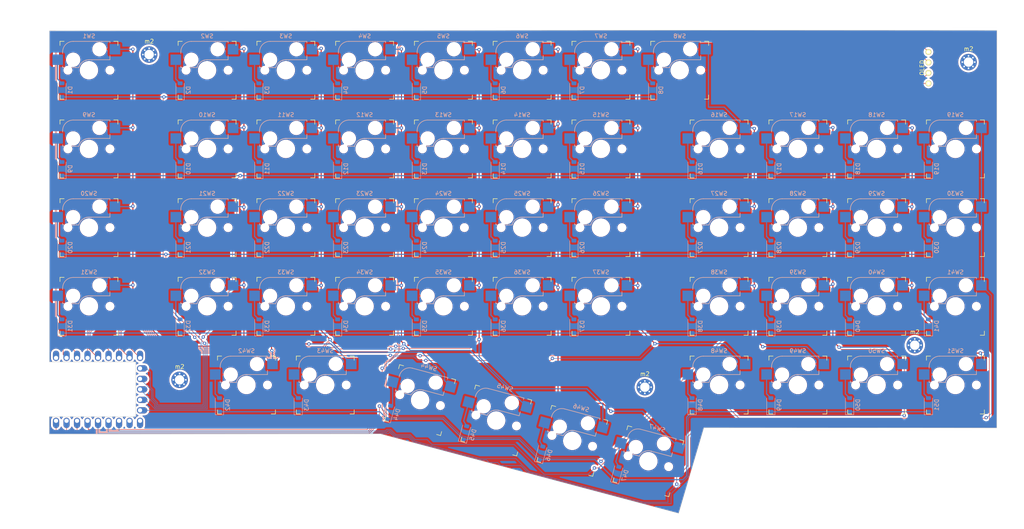
<source format=kicad_pcb>
(kicad_pcb (version 20221018) (generator pcbnew)
  (layers (0 "F.Cu" signal) (31 "B.Cu" signal) (34 "B.Paste" user) (35 "F.Paste" user) (36 "B.SilkS" user "B.Silkscreen") (37 "F.SilkS" user "F.Silkscreen") (38 "B.Mask" user) (39 "F.Mask" user) (44 "Edge.Cuts" user))
  (net 0 "")
  (net 1 "ROW0")
  (net 2 "Net-(D1-A)")
  (net 3 "Net-(D2-A)")
  (net 4 "Net-(D3-A)")
  (net 5 "Net-(D4-A)")
  (net 6 "Net-(D5-A)")
  (net 7 "Net-(D6-A)")
  (net 8 "Net-(D7-A)")
  (net 9 "Net-(D8-A)")
  (net 10 "ROW1")
  (net 11 "Net-(D9-A)")
  (net 12 "Net-(D10-A)")
  (net 13 "Net-(D11-A)")
  (net 14 "Net-(D12-A)")
  (net 15 "Net-(D13-A)")
  (net 16 "Net-(D14-A)")
  (net 17 "Net-(D15-A)")
  (net 18 "Net-(D16-A)")
  (net 19 "Net-(D17-A)")
  (net 20 "Net-(D18-A)")
  (net 21 "Net-(D19-A)")
  (net 22 "ROW2")
  (net 23 "Net-(D20-A)")
  (net 24 "Net-(D21-A)")
  (net 25 "Net-(D22-A)")
  (net 26 "Net-(D23-A)")
  (net 27 "Net-(D24-A)")
  (net 28 "Net-(D25-A)")
  (net 29 "Net-(D26-A)")
  (net 30 "Net-(D27-A)")
  (net 31 "Net-(D28-A)")
  (net 32 "Net-(D29-A)")
  (net 33 "Net-(D30-A)")
  (net 34 "ROW3")
  (net 35 "Net-(D31-A)")
  (net 36 "Net-(D32-A)")
  (net 37 "Net-(D33-A)")
  (net 38 "Net-(D34-A)")
  (net 39 "Net-(D35-A)")
  (net 40 "Net-(D36-A)")
  (net 41 "Net-(D37-A)")
  (net 42 "Net-(D38-A)")
  (net 43 "Net-(D39-A)")
  (net 44 "Net-(D40-A)")
  (net 45 "Net-(D41-A)")
  (net 46 "ROW4")
  (net 47 "Net-(D42-A)")
  (net 48 "Net-(D43-A)")
  (net 49 "Net-(D44-A)")
  (net 50 "Net-(D45-A)")
  (net 51 "Net-(D46-A)")
  (net 52 "Net-(D47-A)")
  (net 53 "Net-(D48-A)")
  (net 54 "Net-(D49-A)")
  (net 55 "Net-(D50-A)")
  (net 56 "Net-(D51-A)")
  (net 57 "COL0")
  (net 58 "COL1")
  (net 59 "COL2")
  (net 60 "COL3")
  (net 61 "COL4")
  (net 62 "COL5")
  (net 63 "COL6")
  (net 64 "COL7")
  (net 65 "COL8")
  (net 66 "COL9")
  (net 67 "COL10")
  (net 71 "SDA")
  (net 72 "SCL")
  (net 73 "VCC")
  (net 74 "GND")
  (footprint "keyswitches:Kailh_socket_MX" (layer "F.Cu") (at 248.8375 91.675)
    (fp_text reference "SW41")
    (fp_text value "SW_PUSH")
  )
  (footprint "keyswitches:Kailh_socket_MX" (layer "F.Cu") (at 125.0125 72.625)
    (fp_text reference "SW24")
    (fp_text value "SW_PUSH")
  )
  (footprint "keyswitches:Kailh_socket_MX" (layer "F.Cu") (at 77.3875 110.725)
    (fp_text reference "SW42")
    (fp_text value "SW_PUSH")
  )
  (footprint "keyswitches:Kailh_socket_MX" (layer "F.Cu") (at 39.2875 34.525)
    (fp_text reference "SW1")
    (fp_text value "SW_PUSH")
  )
  (footprint "keyswitches:Kailh_socket_MX" (layer "F.Cu") (at 210.7375 53.575)
    (fp_text reference "SW17")
    (fp_text value "SW_PUSH")
  )
  (footprint "keyswitches:Kailh_socket_MX" (layer "F.Cu") (at 229.7875 91.675)
    (fp_text reference "SW40")
    (fp_text value "SW_PUSH")
  )
  (footprint "keyswitches:Kailh_socket_MX" (layer "F.Cu") (at 119.381188 114.3859 -15)
    (fp_text reference "SW44")
    (fp_text value "SW_PUSH")
  )
  (footprint "keyswitches:Kailh_socket_MX" (layer "F.Cu") (at 67.8625 91.675)
    (fp_text reference "SW32")
    (fp_text value "SW_PUSH")
  )
  (footprint "keyswitches:Kailh_socket_MX" (layer "F.Cu") (at 191.6875 110.725)
    (fp_text reference "SW48")
    (fp_text value "SW_PUSH")
  )
  (footprint "keyswitches:Kailh_socket_MX" (layer "F.Cu") (at 39.2875 72.625)
    (fp_text reference "SW20")
    (fp_text value "SW_PUSH")
  )
  (footprint "keyswitches:Kailh_socket_MX" (layer "F.Cu") (at 174.583849 129.177408 -15)
    (fp_text reference "SW47")
    (fp_text value "SW_PUSH")
  )
  (footprint "kbd:M2_HOLE_v3" (layer "F.Cu") (at 252.012 32.556)
    (fp_text reference "m2")
    (fp_text value "m2")
  )
  (footprint "keyswitches:Kailh_socket_MX" (layer "F.Cu") (at 248.8375 110.725)
    (fp_text reference "SW51")
    (fp_text value "SW_PUSH")
  )
  (footprint "keyswitches:Kailh_socket_MX" (layer "F.Cu") (at 210.7375 110.725)
    (fp_text reference "SW49")
    (fp_text value "SW_PUSH")
  )
  (footprint "keyswitches:Kailh_socket_MX" (layer "F.Cu") (at 163.1125 34.525)
    (fp_text reference "SW7")
    (fp_text value "SW_PUSH")
  )
  (footprint "keyswitches:Kailh_socket_MX" (layer "F.Cu") (at 86.9125 34.525)
    (fp_text reference "SW3")
    (fp_text value "SW_PUSH")
  )
  (footprint "keyswitches:Kailh_socket_MX" (layer "F.Cu") (at 86.9125 72.625)
    (fp_text reference "SW22")
    (fp_text value "SW_PUSH")
  )
  (footprint "kbd:M2_HOLE_v3" (layer "F.Cu") (at 173.736 111.252)
    (fp_text reference "m2")
    (fp_text value "m2")
  )
  (footprint "keyswitches:Kailh_socket_MX" (layer "F.Cu") (at 156.182962 124.246905 -15)
    (fp_text reference "SW46")
    (fp_text value "SW_PUSH")
  )
  (footprint "keyswitches:Kailh_socket_MX" (layer "F.Cu") (at 144.0625 91.675)
    (fp_text reference "SW36")
    (fp_text value "SW_PUSH")
  )
  (footprint "keyswitches:Kailh_socket_MX" (layer "F.Cu") (at 105.9625 34.525)
    (fp_text reference "SW4")
    (fp_text value "SW_PUSH")
  )
  (footprint "keyswitches:Kailh_socket_MX" (layer "F.Cu") (at 144.0625 72.625)
    (fp_text reference "SW25")
    (fp_text value "SW_PUSH")
  )
  (footprint "keyswitches:Kailh_socket_MX" (layer "F.Cu") (at 96.4375 110.725)
    (fp_text reference "SW43")
    (fp_text value "SW_PUSH")
  )
  (footprint "keyswitches:Kailh_socket_MX" (layer "F.Cu") (at 229.7875 53.575)
    (fp_text reference "SW18")
    (fp_text value "SW_PUSH")
  )
  (footprint "kbd:M2_HOLE_v3" (layer "F.Cu") (at 239.014 101.092)
    (fp_text reference "m2")
    (fp_text value "m2")
  )
  (footprint "keyswitches:Kailh_socket_MX" (layer "F.Cu") (at 229.7875 72.625)
    (fp_text reference "SW29")
    (fp_text value "SW_PUSH")
  )
  (footprint "keyswitches:Kailh_socket_MX" (layer "F.Cu") (at 39.2875 91.675)
    (fp_text reference "SW31")
    (fp_text value "SW_PUSH")
  )
  (footprint "keyswitches:Kailh_socket_MX" (layer "F.Cu") (at 86.9125 91.675)
    (fp_text reference "SW33")
    (fp_text value "SW_PUSH")
  )
  (footprint "keyswitches:Kailh_socket_MX" (layer "F.Cu") (at 163.1125 72.625)
    (fp_text reference "SW26")
    (fp_text value "SW_PUSH")
  )
  (footprint "keyswitches:Kailh_socket_MX" (layer "F.Cu") (at 39.2875 53.575)
    (fp_text reference "SW9")
    (fp_text value "SW_PUSH")
  )
  (footprint "keyswitches:Kailh_socket_MX" (layer "F.Cu") (at 248.8375 53.575)
    (fp_text reference "SW19")
    (fp_text value "SW_PUSH")
  )
  (footprint "keyswitches:Kailh_socket_MX" (layer "F.Cu") (at 137.782075 119.316402 -15)
    (fp_text reference "SW45")
    (fp_text value "SW_PUSH")
  )
  (footprint "keyswitches:Kailh_socket_MX" (layer "F.Cu") (at 125.0125 91.675)
    (fp_text reference "SW35")
    (fp_text value "SW_PUSH")
  )
  (footprint "keyswitches:Kailh_socket_MX" (layer "F.Cu") (at 105.9625 91.675)
    (fp_text reference "SW34")
    (fp_text value "SW_PUSH")
  )
  (footprint "keyswitches:Kailh_socket_MX" (layer "F.Cu") (at 67.8625 53.575)
    (fp_text reference "SW10")
    (fp_text value "SW_PUSH")
  )
  (footprint "keyswitches:Kailh_socket_MX" (layer "F.Cu") (at 144.0625 34.525)
    (fp_text reference "SW6")
    (fp_text value "SW_PUSH")
  )
  (footprint "keyswitches:Kailh_socket_MX" (layer "F.Cu") (at 125.0125 34.525)
    (fp_text reference "SW5")
    (fp_text value "SW_PUSH")
  )
  (footprint "keyswitches:Kailh_socket_MX" (layer "F.Cu") (at 210.7375 72.625)
    (fp_text reference "SW28")
    (fp_text value "SW_PUSH")
  )
  (footprint "keyswitches:Kailh_socket_MX" (layer "F.Cu") (at 163.1125 91.675)
    (fp_text reference "SW37")
    (fp_text value "SW_PUSH")
  )
  (footprint "keyswitches:Kailh_socket_MX" (layer "F.Cu") (at 105.9625 53.575)
    (fp_text reference "SW12")
    (fp_text value "SW_PUSH")
  )
  (footprint "keyswitches:Kailh_socket_MX" (layer "F.Cu") (at 163.1125 53.575)
    (fp_text reference "SW15")
    (fp_text value "SW_PUSH")
  )
  (footprint "keyswitches:Kailh_socket_MX" (layer "F.Cu") (at 191.6875 53.575)
    (fp_text reference "SW16")
    (fp_text value "SW_PUSH")
  )
  (footprint "keyswitches:Kailh_socket_MX" (layer "F.Cu") (at 105.9625 72.625)
    (fp_text reference "SW23")
    (fp_text value "SW_PUSH")
  )
  (footprint "keyswitches:Kailh_socket_MX" (layer "F.Cu") (at 144.0625 53.575)
    (fp_text reference "SW14")
    (fp_text value "SW_PUSH")
  )
  (footprint "keyswitches:Kailh_socket_MX" (layer "F.Cu") (at 67.8625 72.625)
    (fp_text reference "SW21")
    (fp_text value "SW_PUSH")
  )
  (footprint "keyswitches:Kailh_socket_MX" (layer "F.Cu") (at 191.6875 91.675)
    (fp_text reference "SW38")
    (fp_text value "SW_PUSH")
  )
  (footprint "keyswitches:Kailh_socket_MX" (layer "F.Cu") (at 182.1625 34.525)
    (fp_text reference "SW8")
    (fp_text value "SW_PUSH")
  )
  (footprint "keyswitches:Kailh_socket_MX" (layer "F.Cu") (at 86.9125 53.575)
    (fp_text reference "SW11")
    (fp_text value "SW_PUSH")
  )
  (footprint "keyswitches:Kailh_socket_MX" (layer "F.Cu") (at 125.0125 53.575)
    (fp_text reference "SW13")
    (fp_text value "SW_PUSH")
  )
  (footprint "keyswitches:Kailh_socket_MX" (layer "F.Cu") (at 229.7875 110.725)
    (fp_text reference "SW50")
    (fp_text value "SW_PUSH")
  )
  (footprint "keyswitches:Kailh_socket_MX" (layer "F.Cu") (at 67.8625 34.525)
    (fp_text reference "SW2")
    (fp_text value "SW_PUSH")
  )
  (footprint "keyswitches:Kailh_socket_MX" (layer "F.Cu") (at 191.6875 72.625)
    (fp_text reference "SW27")
    (fp_text value "SW_PUSH")
  )
  (footprint "keyswitches:Kailh_socket_MX" (layer "F.Cu") (at 248.8375 72.625)
    (fp_text reference "SW30")
    (fp_text value "SW_PUSH")
  )
  (footprint "kbd:M2_HOLE_v3" (layer "F.Cu") (at 53.848 30.734)
    (fp_text reference "m2")
    (fp_text value "m2")
  )
  (footprint "kbd:OLED_v2" (layer "F.Cu") (at 242.325 33.91 90)
    (fp_text reference "OL1")
    (fp_text value "OLED" hide)
  )
  (footprint "keyswitches:Kailh_socket_MX" (layer "F.Cu") (at 210.7375 91.675)
    (fp_text reference "SW39")
    (fp_text value "SW_PUSH")
  )
  (footprint "kbd:M2_HOLE_v3" (layer "F.Cu") (at 61.214 109.474)
    (fp_text reference "m2")
    (fp_text value "m2")
  )
  (footprint "mcu:rp2040-zero-tht-nocut" (layer "B.Cu") (at 41.49 111.78 -90)
    (fp_text reference "U1" hide)
    (fp_text value "rp2040-zero" hide)
  )
  (footprint "Diode_SMD:D_SOD-123" (layer "B.Cu") (at 32.7575 96.4925 90)
    (fp_text reference "D31")
    (fp_text value "1N4148W")
  )
  (footprint "Diode_SMD:D_SOD-123" (layer "B.Cu") (at 61.3325 96.4925 90)
    (fp_text reference "D32")
    (fp_text value "1N4148W")
  )
  (footprint "Diode_SMD:D_SOD-123" (layer "B.Cu") (at 242.3075 58.3925 90)
    (fp_text reference "D19")
    (fp_text value "1N4148W")
  )
  (footprint "Diode_SMD:D_SOD-123" (layer "B.Cu") (at 61.3325 58.3925 90)
    (fp_text reference "D10")
    (fp_text value "1N4148W")
  )
  (footprint "Diode_SMD:D_SOD-123" (layer "B.Cu") (at 118.4825 96.4925 90)
    (fp_text reference "D35")
    (fp_text value "1N4148W")
  )
  (footprint "Diode_SMD:D_SOD-123" (layer "B.Cu") (at 204.2075 77.4425 90)
    (fp_text reference "D28")
    (fp_text value "1N4148W")
  )
  (footprint "Diode_SMD:D_SOD-123" (layer "B.Cu") (at 130.227718 122.279662 75)
    (fp_text reference "D45")
    (fp_text value "1N4148W")
  )
  (footprint "Diode_SMD:D_SOD-123" (layer "B.Cu") (at 137.5325 58.3925 90)
    (fp_text reference "D14")
    (fp_text value "1N4148W")
  )
  (footprint "Diode_SMD:D_SOD-123" (layer "B.Cu") (at 61.3325 77.4425 90)
    (fp_text reference "D21")
    (fp_text value "1N4148W")
  )
  (footprint "Diode_SMD:D_SOD-123" (layer "B.Cu") (at 185.1575 96.4925 90)
    (fp_text reference "D38")
    (fp_text value "1N4148W")
  )
  (footprint "Diode_SMD:D_SOD-123" (layer "B.Cu") (at 204.2075 115.5425 90)
    (fp_text reference "D49")
    (fp_text value "1N4148W")
  )
  (footprint "Diode_SMD:D_SOD-123" (layer "B.Cu") (at 89.9075 115.5425 90)
    (fp_text reference "D43")
    (fp_text value "1N4148W")
  )
  (footprint "Diode_SMD:D_SOD-123" (layer "B.Cu") (at 99.4325 77.4425 90)
    (fp_text reference "D23")
    (fp_text value "1N4148W")
  )
  (footprint "Diode_SMD:D_SOD-123" (layer "B.Cu") (at 156.5825 39.3425 90)
    (fp_text reference "D7")
    (fp_text value "1N4148W")
  )
  (footprint "Diode_SMD:D_SOD-123" (layer "B.Cu") (at 204.2075 58.3925 90)
    (fp_text reference "D17")
    (fp_text value "1N4148W")
  )
  (footprint "Diode_SMD:D_SOD-123" (layer "B.Cu") (at 99.4325 39.3425 90)
    (fp_text reference "D4")
    (fp_text value "1N4148W")
  )
  (footprint "Diode_SMD:D_SOD-123" (layer "B.Cu") (at 137.5325 77.4425 90)
    (fp_text reference "D25")
    (fp_text value "1N4148W")
  )
  (footprint "Diode_SMD:D_SOD-123" (layer "B.Cu") (at 118.4825 77.4425 90)
    (fp_text reference "D24")
    (fp_text value "1N4148W")
  )
  (footprint "Diode_SMD:D_SOD-123" (layer "B.Cu") (at 99.4325 96.4925 90)
    (fp_text reference "D34")
    (fp_text value "1N4148W")
  )
  (footprint "Diode_SMD:D_SOD-123" (layer "B.Cu") (at 61.3325 39.3425 90)
    (fp_text reference "D2")
    (fp_text value "1N4148W")
  )
  (footprint "Diode_SMD:D_SOD-123" (layer "B.Cu") (at 185.1575 77.4425 90)
    (fp_text reference "D27")
    (fp_text value "1N4148W")
  )
  (footprint "Diode_SMD:D_SOD-123" (layer "B.Cu") (at 111.826831 117.349159 75)
    (fp_text reference "D44")
    (fp_text value "1N4148W")
  )
  (footprint "Diode_SMD:D_SOD-123" (layer "B.Cu") (at 156.5825 77.4425 90)
    (fp_text reference "D26")
    (fp_text value "1N4148W")
  )
  (footprint "Diode_SMD:D_SOD-123" (layer "B.Cu") (at 156.5825 58.3925 90)
    (fp_text reference "D15")
    (fp_text value "1N4148W")
  )
  (footprint "Diode_SMD:D_SOD-123" (layer "B.Cu") (at 118.4825 39.3425 90)
    (fp_text reference "D5")
    (fp_text value "1N4148W")
  )
  (footprint "Diode_SMD:D_SOD-123" (layer "B.Cu") (at 70.8575 115.5425 90)
    (fp_text reference "D42")
    (fp_text value "1N4148W")
  )
  (footprint "Diode_SMD:D_SOD-123" (layer "B.Cu") (at 242.3075 96.4925 90)
    (fp_text reference "D41")
    (fp_text value "1N4148W")
  )
  (footprint "Diode_SMD:D_SOD-123" (layer "B.Cu") (at 185.1575 58.3925 90)
    (fp_text reference "D16")
    (fp_text value "1N4148W")
  )
  (footprint "Diode_SMD:D_SOD-123" (layer "B.Cu") (at 118.4825 58.3925 90)
    (fp_text reference "D13")
    (fp_text value "1N4148W")
  )
  (footprint "Diode_SMD:D_SOD-123" (layer "B.Cu") (at 148.628605 127.210164 75)
    (fp_text reference "D46")
    (fp_text value "1N4148W")
  )
  (footprint "Diode_SMD:D_SOD-123" (layer "B.Cu") (at 223.2575 58.3925 90)
    (fp_text reference "D18")
    (fp_text value "1N4148W")
  )
  (footprint "Diode_SMD:D_SOD-123" (layer "B.Cu") (at 223.2575 96.4925 90)
    (fp_text reference "D40")
    (fp_text value "1N4148W")
  )
  (footprint "Diode_SMD:D_SOD-123" (layer "B.Cu") (at 99.4325 58.3925 90)
    (fp_text reference "D12")
    (fp_text value "1N4148W")
  )
  (footprint "Diode_SMD:D_SOD-123" (layer "B.Cu") (at 80.3825 58.3925 90)
    (fp_text reference "D11")
    (fp_text value "1N4148W")
  )
  (footprint "Diode_SMD:D_SOD-123" (layer "B.Cu") (at 175.6325 39.3425 90)
    (fp_text reference "D8")
    (fp_text value "1N4148W")
  )
  (footprint "Diode_SMD:D_SOD-123" (layer "B.Cu") (at 223.2575 77.4425 90)
    (fp_text reference "D29")
    (fp_text value "1N4148W")
  )
  (footprint "Diode_SMD:D_SOD-123" (layer "B.Cu") (at 137.5325 39.3425 90)
    (fp_text reference "D6")
    (fp_text value "1N4148W")
  )
  (footprint "Diode_SMD:D_SOD-123" (layer "B.Cu") (at 242.3075 115.5425 90)
    (fp_text reference "D51")
    (fp_text value "1N4148W")
  )
  (footprint "Diode_SMD:D_SOD-123" (layer "B.Cu") (at 80.3825 39.3425 90)
    (fp_text reference "D3")
    (fp_text value "1N4148W")
  )
  (footprint "Diode_SMD:D_SOD-123" (layer "B.Cu") (at 32.7575 58.3925 90)
    (fp_text reference "D9")
    (fp_text value "1N4148W")
  )
  (footprint "Diode_SMD:D_SOD-123" (layer "B.Cu") (at 156.5825 96.4925 90)
    (fp_text reference "D37")
    (fp_text value "1N4148W")
  )
  (footprint "Diode_SMD:D_SOD-123" (layer "B.Cu") (at 223.2575 115.5425 90)
    (fp_text reference "D50")
    (fp_text value "1N4148W")
  )
  (footprint "Diode_SMD:D_SOD-123" (layer "B.Cu") (at 167.029492 132.140667 75)
    (fp_text reference "D47")
    (fp_text value "1N4148W")
  )
  (footprint "Diode_SMD:D_SOD-123" (layer "B.Cu") (at 242.3075 77.4425 90)
    (fp_text reference "D30")
    (fp_text value "1N4148W")
  )
  (footprint "Diode_SMD:D_SOD-123" (layer "B.Cu") (at 32.7575 77.4425 90)
    (fp_text reference "D20")
    (fp_text value "1N4148W")
  )
  (footprint "Diode_SMD:D_SOD-123" (layer "B.Cu") (at 185.1575 115.5425 90)
    (fp_text reference "D48")
    (fp_text value "1N4148W")
  )
  (footprint "Diode_SMD:D_SOD-123" (layer "B.Cu") (at 137.5325 96.4925 90)
    (fp_text reference "D36")
    (fp_text value "1N4148W")
  )
  (footprint "Diode_SMD:D_SOD-123" (layer "B.Cu") (at 80.3825 77.4425 90)
    (fp_text reference "D22")
    (fp_text value "1N4148W")
  )
  (footprint "Diode_SMD:D_SOD-123" (layer "B.Cu") (at 32.7575 39.3425 90)
    (fp_text reference "D1")
    (fp_text value "1N4148W")
  )
  (footprint "Diode_SMD:D_SOD-123" (layer "B.Cu") (at 204.2075 96.4925 90)
    (fp_text reference "D39")
    (fp_text value "1N4148W")
  )
  (footprint "Diode_SMD:D_SOD-123" (layer "B.Cu") (at 80.3825 96.4925 90)
    (fp_text reference "D33")
    (fp_text value "1N4148W")
  )
  (gr_line (start 191.7 24.85) (end 258.875 24.9) (stroke (width 0.1)) (layer "Edge.Cuts"))
  (gr_line (start 50.65 105.125) (end 50.65 118.375) (stroke (width 0.1)) (layer "Edge.Cuts"))
  (gr_line (start 29.725 122.6) (end 109.775 122.55) (stroke (width 0.1)) (layer "Edge.Cuts"))
  (gr_line (start 29.725 121.425) (end 29.725 122.6) (stroke (width 0.1)) (layer "Edge.Cuts"))
  (gr_line (start 258.825 121.125) (end 258.875 27.4) (stroke (width 0.1)) (layer "Edge.Cuts"))
  (gr_line (start 29.725 118.375) (end 29.725 121.425) (stroke (width 0.1)) (layer "Edge.Cuts"))
  (gr_line (start 188 121.05) (end 258.825 121.125) (stroke (width 0.1)) (layer "Edge.Cuts"))
  (gr_line (start 191.7 24.85) (end 29.75 25) (stroke (width 0.1)) (layer "Edge.Cuts"))
  (gr_line (start 29.75 25) (end 29.75 105.15) (stroke (width 0.1)) (layer "Edge.Cuts"))
  (gr_line (start 258.875 24.9) (end 258.875 27.4) (stroke (width 0.1)) (layer "Edge.Cuts"))
  (gr_line (start 29.75 105.15) (end 50.65 105.125) (stroke (width 0.1)) (layer "Edge.Cuts"))
  (gr_line (start 109.775 122.55) (end 181.9 141.775) (stroke (width 0.1)) (layer "Edge.Cuts"))
  (gr_line (start 181.9 141.775) (end 188 121.05) (stroke (width 0.1)) (layer "Edge.Cuts"))
  (gr_line (start 50.65 118.375) (end 29.725 118.375) (stroke (width 0.1)) (layer "Edge.Cuts"))
  (segment (start 57.2 83.3) (end 57.573 82.927) (width 0.127) (layer "F.Cu") (net 1))
  (segment (start 57.573 82.927) (end 57.573 81.95) (width 0.127) (layer "F.Cu") (net 1))
  (segment (start 57.2365 83.3365) (end 57.2 83.3) (width 0.127) (layer "F.Cu") (net 1))
  (segment (start 64.854438 99.170562) (end 57.2365 91.552624) (width 0.127) (layer "F.Cu") (net 1))
  (segment (start 57.2365 41.181) (end 57.425 40.9925) (width 0.127) (layer "F.Cu") (net 1))
  (segment (start 57.2365 91.552624) (end 57.2365 83.3365) (width 0.127) (layer "F.Cu") (net 1))
  (segment (start 57.573 81.95) (end 57.2365 81.6135) (width 0.127) (layer "F.Cu") (net 1))
  (segment (start 57.2365 81.6135) (end 57.2365 41.181) (width 0.127) (layer "F.Cu") (net 1))
  (via (at 64.854438 99.170562) (size 0.8) (drill 0.4) (layers "F.Cu" "B.Cu") (net 1))
  (via (at 57.425 40.9925) (size 0.8) (drill 0.4) (layers "F.Cu" "B.Cu") (net 1))
  (segment (start 66.919 115.552) (end 66.919 115.125) (width 0.127) (layer "B.Cu") (net 1))
  (segment (start 66.2465 101.7775) (end 66.2465 100.562624) (width 0.127) (layer "B.Cu") (net 1))
  (segment (start 55.902 115.552) (end 56.8 115.552) (width 0.127) (layer "B.Cu") (net 1))
  (segment (start 55.852 114.964552) (end 55.852 115.235448) (width 0.127) (layer "B.Cu") (net 1))
  (segment (start 53.65 107.125) (end 54.125 107.6) (width 0.127) (layer "B.Cu") (net 1))
  (segment (start 54.943724 114.056276) (end 55.852 114.964552) (width 0.127) (layer "B.Cu") (net 1))
  (segment (start 54.125 111.225) (end 54.777 111.877) (width 0.127) (layer "B.Cu") (net 1))
  (segment (start 54.777 113.889552) (end 54.943724 114.056276) (width 0.127) (layer "B.Cu") (net 1))
  (segment (start 54.777 111.877) (end 54.777 113.35) (width 0.127) (layer "B.Cu") (net 1))
  (segment (start 55.852 115.235448) (end 55.852 115.502) (width 0.127) (layer "B.Cu") (net 1))
  (segment (start 66.8 115.552) (end 66.919 115.552) (width 0.127) (layer "B.Cu") (net 1))
  (segment (start 156.5825 40.9925) (end 175.6325 40.9925) (width 0.25) (layer "B.Cu") (net 1))
  (segment (start 66.919 115.125) (end 66.919 102.45) (width 0.127) (layer "B.Cu") (net 1))
  (segment (start 66.2465 100.562624) (end 64.854438 99.170562) (width 0.127) (layer "B.Cu") (net 1))
  (segment (start 66.919 102.45) (end 66.2465 101.7775) (width 0.127) (layer "B.Cu") (net 1))
  (segment (start 61.3325 40.9925) (end 80.3825 40.9925) (width 0.25) (layer "B.Cu") (net 1))
  (segment (start 56.8 115.552) (end 66.8 115.552) (width 0.127) (layer "B.Cu") (net 1))
  (segment (start 54.777 113.35) (end 54.777 113.889552) (width 0.127) (layer "B.Cu") (net 1))
  (segment (start 99.4325 40.9925) (end 118.4825 40.9925) (width 0.25) (layer "B.Cu") (net 1))
  (segment (start 51.65 106.7) (end 53.225 106.7) (width 0.127) (layer "B.Cu") (net 1))
  (segment (start 53.225 106.7) (end 53.65 107.125) (width 0.127) (layer "B.Cu") (net 1))
  (segment (start 32.7575 40.9925) (end 57.425 40.9925) (width 0.25) (layer "B.Cu") (net 1))
  (segment (start 54.125 107.6) (end 54.125 111.225) (width 0.127) (layer "B.Cu") (net 1))
  (segment (start 80.3825 40.9925) (end 99.4325 40.9925) (width 0.25) (layer "B.Cu") (net 1))
  (segment (start 137.5325 40.9925) (end 156.5825 40.9925) (width 0.25) (layer "B.Cu") (net 1))
  (segment (start 57.425 40.9925) (end 61.3325 40.9925) (width 0.25) (layer "B.Cu") (net 1))
  (segment (start 55.852 115.502) (end 55.902 115.552) (width 0.127) (layer "B.Cu") (net 1))
  (segment (start 118.4825 40.9925) (end 137.5325 40.9925) (width 0.25) (layer "B.Cu") (net 1))
  (segment (start 31.7275 36.6625) (end 31.7275 31.985) (width 0.25) (layer "B.Cu") (net 2))
  (segment (start 32.7575 37.6925) (end 31.7275 36.6625) (width 0.25) (layer "B.Cu") (net 2))
  (segment (start 60.3025 36.6625) (end 60.3025 31.985) (width 0.25) (layer "B.Cu") (net 3))
  (segment (start 61.3325 37.6925) (end 60.3025 36.6625) (width 0.25) (layer "B.Cu") (net 3))
  (segment (start 80.3825 37.6925) (end 79.3525 36.6625) (width 0.25) (layer "B.Cu") (net 4))
  (segment (start 79.3525 36.6625) (end 79.3525 31.985) (width 0.25) (layer "B.Cu") (net 4))
  (segment (start 98.4025 36.6625) (end 98.4025 31.985) (width 0.25) (layer "B.Cu") (net 5))
  (segment (start 99.4325 37.6925) (end 98.4025 36.6625) (width 0.25) (layer "B.Cu") (net 5))
  (segment (start 117.4525 36.6625) (end 117.4525 31.985) (width 0.25) (layer "B.Cu") (net 6))
  (segment (start 118.4825 37.6925) (end 117.4525 36.6625) (width 0.25) (layer "B.Cu") (net 6))
  (segment (start 136.5025 36.6625) (end 137.5325 37.6925) (width 0.25) (layer "B.Cu") (net 7))
  (segment (start 136.5025 31.985) (end 136.5025 36.6625) (width 0.25) (layer "B.Cu") (net 7))
  (segment (start 155.5525 36.6625) (end 155.5525 31.985) (width 0.25) (layer "B.Cu") (net 8))
  (segment (start 156.5825 37.6925) (end 155.5525 36.6625) (width 0.25) (layer "B.Cu") (net 8))
  (segment (start 174.6025 36.6625) (end 174.6025 31.985) (width 0.25) (layer "B.Cu") (net 9))
  (segment (start 175.6325 37.6925) (end 174.6025 36.6625) (width 0.25) (layer "B.Cu") (net 9))
  (segment (start 66.95 99.1) (end 71 95.05) (width 0.127) (layer "F.Cu") (net 10))
  (segment (start 73.925 87.375) (end 74 87.375) (width 0.127) (layer "F.Cu") (net 10))
  (segment (start 71 90.3) (end 73.925 87.375) (width 0.127) (layer "F.Cu") (net 10))
  (segment (start 75.05 60.8675) (end 75.875 60.0425) (width 0.127) (layer "F.Cu") (net 10))
  (segment (start 74 87.375) (end 74 77.85) (width 0.127) (layer "F.Cu") (net 10))
  (segment (start 71 95.05) (end 71 90.3) (width 0.127) (layer "F.Cu") (net 10))
  (segment (start 74 77.85) (end 75.05 76.8) (width 0.127) (layer "F.Cu") (net 10))
  (segment (start 75.05 76.8) (end 75.05 60.8675) (width 0.127) (layer "F.Cu") (net 10))
  (via (at 75.875 60.0425) (size 0.8) (drill 0.4) (layers "F.Cu" "B.Cu") (net 10))
  (via (at 66.95 99.1) (size 0.8) (drill 0.4) (layers "F.Cu" "B.Cu") (net 10))
  (segment (start 54.45 114.025) (end 55.525 115.1) (width 0.127) (layer "B.Cu") (net 10))
  (segment (start 66.5735 99.4765) (end 66.95 99.1) (width 0.127) (layer "B.Cu") (net 10))
  (segment (start 55.525 115.879) (end 64.175 115.879) (width 0.127) (layer "B.Cu") (net 10))
  (segment (start 67.246 103.9) (end 67.246 101.75) (width 0.127) (layer "B.Cu") (net 10))
  (segment (start 51.65 109.24) (end 54.45 112.04) (width 0.127) (layer "B.Cu") (net 10))
  (segment (start 204.2075 60.0425) (end 223.2575 60.0425) (width 0.25) (layer "B.Cu") (net 10))
  (segment (start 55.525 115.1) (end 55.525 115.879) (width 0.127) (layer "B.Cu") (net 10))
  (segment (start 185.1575 60.0425) (end 204.2075 60.0425) (width 0.25) (layer "B.Cu") (net 10))
  (segment (start 223.2575 60.0425) (end 242.3075 60.0425) (width 0.25) (layer "B.Cu") (net 10))
  (segment (start 67.246 101.75) (end 66.5735 101.0775) (width 0.127) (layer "B.Cu") (net 10))
  (segment (start 156.5825 60.0425) (end 185.1575 60.0425) (width 0.25) (layer "B.Cu") (net 10))
  (segment (start 32.7575 60.0425) (end 61.3325 60.0425) (width 0.25) (layer "B.Cu") (net 10))
  (segment (start 75.875 60.0425) (end 80.3825 60.0425) (width 0.25) (layer "B.Cu") (net 10))
  (segment (start 137.5325 60.0425) (end 156.5825 60.0425) (width 0.25) (layer "B.Cu") (net 10))
  (segment (start 66.5735 101.0775) (end 66.5735 99.4765) (width 0.127) (layer "B.Cu") (net 10))
  (segment (start 54.45 112.04) (end 54.45 114.025) (width 0.127) (layer "B.Cu") (net 10))
  (segment (start 99.4325 60.0425) (end 118.4825 60.0425) (width 0.25) (layer "B.Cu") (net 10))
  (segment (start 61.3325 60.0425) (end 75.875 60.0425) (width 0.25) (layer "B.Cu") (net 10))
  (segment (start 118.4825 60.0425) (end 137.5325 60.0425) (width 0.25) (layer "B.Cu") (net 10))
  (segment (start 80.3825 60.0425) (end 99.4325 60.0425) (width 0.25) (layer "B.Cu") (net 10))
  (segment (start 67.246 115.879) (end 67.246 103.9) (width 0.127) (layer "B.Cu") (net 10))
  (segment (start 64.175 115.879) (end 67.246 115.879) (width 0.127) (layer "B.Cu") (net 10))
  (segment (start 31.7275 55.7125) (end 32.7575 56.7425) (width 0.25) (layer "B.Cu") (net 11))
  (segment (start 31.7275 51.035) (end 31.7275 55.7125) (width 0.25) (layer "B.Cu") (net 11))
  (segment (start 61.3325 56.7425) (end 60.3025 55.7125) (width 0.25) (layer "B.Cu") (net 12))
  (segment (start 60.3025 55.7125) (end 60.3025 51.035) (width 0.25) (layer "B.Cu") (net 12))
  (segment (start 79.3525 55.7125) (end 79.3525 51.035) (width 0.25) (layer "B.Cu") (net 13))
  (segment (start 80.3825 56.7425) (end 79.3525 55.7125) (width 0.25) (layer "B.Cu") (net 13))
  (segment (start 98.4025 55.7125) (end 98.4025 51.035) (width 0.25) (layer "B.Cu") (net 14))
  (segment (start 99.4325 56.7425) (end 98.4025 55.7125) (width 0.25) (layer "B.Cu") (net 14))
  (segment (start 117.4525 55.7125) (end 117.4525 51.035) (width 0.25) (layer "B.Cu") (net 15))
  (segment (start 118.4825 56.7425) (end 117.4525 55.7125) (width 0.25) (layer "B.Cu") (net 15))
  (segment (start 137.5325 56.7425) (end 136.5025 55.7125) (width 0.25) (layer "B.Cu") (net 16))
  (segment (start 136.5025 55.7125) (end 136.5025 51.035) (width 0.25) (layer "B.Cu") (net 16))
  (segment (start 155.5525 55.7125) (end 155.5525 51.035) (width 0.25) (layer "B.Cu") (net 17))
  (segment (start 156.5825 56.7425) (end 155.5525 55.7125) (width 0.25) (layer "B.Cu") (net 17))
  (segment (start 184.1275 55.7125) (end 184.1275 51.035) (width 0.25) (layer "B.Cu") (net 18))
  (segment (start 185.1575 56.7425) (end 184.1275 55.7125) (width 0.25) (layer "B.Cu") (net 18))
  (segment (start 204.2075 56.7425) (end 203.1775 55.7125) (width 0.25) (layer "B.Cu") (net 19))
  (segment (start 203.1775 55.7125) (end 203.1775 51.035) (width 0.25) (layer "B.Cu") (net 19))
  (segment (start 222.2275 55.7125) (end 222.2275 51.035) (width 0.25) (layer "B.Cu") (net 20))
  (segment (start 223.2575 56.7425) (end 222.2275 55.7125) (width 0.25) (layer "B.Cu") (net 20))
  (segment (start 242.3075 56.7425) (end 241.2775 55.7125) (width 0.25) (layer "B.Cu") (net 21))
  (segment (start 241.2775 55.7125) (end 241.2775 51.035) (width 0.25) (layer "B.Cu") (net 21))
  (segment (start 57.9 91.2785) (end 57.9 79.0925) (width 0.127) (layer "F.Cu") (net 22))
  (segment (start 67.237 100.6155) (end 57.9 91.2785) (width 0.127) (layer "F.Cu") (net 22))
  (via (at 67.237 100.6155) (size 0.8) (drill 0.4) (layers "F.Cu" "B.Cu") (net 22))
  (via (at 57.9 79.0925) (size 0.8) (drill 0.4) (layers "F.Cu" "B.Cu") (net 22))
  (segment (start 61.3325 79.0925) (end 80.3825 79.0925) (width 0.25) (layer "B.Cu") (net 22))
  (segment (start 156.5825 79.0925) (end 185.1575 79.0925) (width 0.25) (layer "B.Cu") (net 22))
  (segment (start 57.9 79.0925) (end 61.3325 79.0925) (width 0.25) (layer "B.Cu") (net 22))
  (segment (start 55.181224 115.311224) (end 55.181224 116.018776) (width 0.127) (layer "B.Cu") (net 22))
  (segment (start 80.3825 79.0925) (end 99.4325 79.0925) (width 0.25) (layer "B.Cu") (net 22))
  (segment (start 67.573 116.206) (end 67.573 100.9515) (width 0.127) (layer "B.Cu") (net 22))
  (segment (start 55.368448 116.206) (end 66.775 116.206) (width 0.127) (layer "B.Cu") (net 22))
  (segment (start 185.1575 79.0925) (end 204.2075 79.0925) (width 0.25) (layer "B.Cu") (net 22))
  (segment (start 137.5325 79.0925) (end 156.5825 79.0925) (width 0.25) (layer "B.Cu") (net 22))
  (segment (start 32.7575 79.0925) (end 57.9 79.0925) (width 0.25) (layer "B.Cu") (net 22))
  (segment (start 99.4325 79.0925) (end 118.4825 79.0925) (width 0.25) (layer "B.Cu") (net 22))
  (segment (start 51.65 111.78) (end 55.181224 115.311224) (width 0.127) (layer "B.Cu") (net 22))
  (segment (start 118.4825 79.0925) (end 137.5325 79.0925) (width 0.25) (layer "B.Cu") (net 22))
  (segment (start 204.2075 79.0925) (end 223.2575 79.0925) (width 0.25) (layer "B.Cu") (net 22))
  (segment (start 223.2575 79.0925) (end 242.3075 79.0925) (width 0.25) (layer "B.Cu") (net 22))
  (segment (start 55.181224 116.018776) (end 55.368448 116.206) (width 0.127) (layer "B.Cu") (net 22))
  (segment (start 66.775 116.206) (end 67.573 116.206) (width 0.127) (layer "B.Cu") (net 22))
  (segment (start 67.573 100.9515) (end 67.237 100.6155) (width 0.127) (layer "B.Cu") (net 22))
  (segment (start 32.7575 75.7925) (end 31.7275 74.7625) (width 0.25) (layer "B.Cu") (net 23))
  (segment (start 31.7275 74.7625) (end 31.7275 70.085) (width 0.25) (layer "B.Cu") (net 23))
  (segment (start 61.3325 75.7925) (end 60.3025 74.7625) (width 0.25) (layer "B.Cu") (net 24))
  (segment (start 60.3025 74.7625) (end 60.3025 70.085) (width 0.25) (layer "B.Cu") (net 24))
  (segment (start 80.3825 75.7925) (end 79.3525 74.7625) (width 0.25) (layer "B.Cu") (net 25))
  (segment (start 79.3525 74.7625) (end 79.3525 70.085) (width 0.25) (layer "B.Cu") (net 25))
  (segment (start 99.4325 75.7925) (end 98.4025 74.7625) (width 0.25) (layer "B.Cu") (net 26))
  (segment (start 98.4025 74.7625) (end 98.4025 70.085) (width 0.25) (layer "B.Cu") (net 26))
  (segment (start 117.4525 74.7625) (end 117.4525 70.085) (width 0.25) (layer "B.Cu") (net 27))
  (segment (start 118.4825 75.7925) (end 117.4525 74.7625) (width 0.25) (layer "B.Cu") (net 27))
  (segment (start 137.5325 75.7925) (end 136.5025 74.7625) (width 0.25) (layer "B.Cu") (net 28))
  (segment (start 136.5025 74.7625) (end 136.5025 70.085) (width 0.25) (layer "B.Cu") (net 28))
  (segment (start 155.5525 74.7625) (end 155.5525 70.085) (width 0.25) (layer "B.Cu") (net 29))
  (segment (start 156.5825 75.7925) (end 155.5525 74.7625) (width 0.25) (layer "B.Cu") (net 29))
  (segment (start 184.1275 74.7625) (end 184.1275 70.085) (width 0.25) (layer "B.Cu") (net 30))
  (segment (start 185.1575 75.7925) (end 184.1275 74.7625) (width 0.25) (layer "B.Cu") (net 30))
  (segment (start 204.2075 75.7925) (end 203.1775 74.7625) (width 0.25) (layer "B.Cu") (net 31))
  (segment (start 203.1775 74.7625) (end 203.1775 70.085) (width 0.25) (layer "B.Cu") (net 31))
  (segment (start 223.2575 75.7925) (end 222.2275 74.7625) (width 0.25) (layer "B.Cu") (net 32))
  (segment (start 222.2275 74.7625) (end 222.2275 70.085) (width 0.25) (layer "B.Cu") (net 32))
  (segment (start 242.3075 75.7925) (end 241.2775 74.7625) (width 0.25) (layer "B.Cu") (net 33))
  (segment (start 241.2775 74.7625) (end 241.2775 70.085) (width 0.25) (layer "B.Cu") (net 33))
  (segment (start 204.2075 98.1425) (end 223.2575 98.1425) (width 0.25) (layer "B.Cu") (net 34))
  (segment (start 67.9 116.533) (end 67.9 98.1425) (width 0.127) (layer "B.Cu") (net 34))
  (segment (start 61.3325 98.1425) (end 67.9 98.1425) (width 0.25) (layer "B.Cu") (net 34))
  (segment (start 223.2575 98.1425) (end 242.3075 98.1425) (width 0.25) (layer "B.Cu") (net 34))
  (segment (start 53.02 114.32) (end 55.233 116.533) (width 0.127) (layer "B.Cu") (net 34))
  (segment (start 118.4825 98.1425) (end 137.5325 98.1425) (width 0.25) (layer "B.Cu") (net 34))
  (segment (start 32.7575 98.1425) (end 61.3325 98.1425) (width 0.25) (layer "B.Cu") (net 34))
  (segment (start 80.3825 98.1425) (end 99.4325 98.1425) (width 0.25) (layer "B.Cu") (net 34))
  (segment (start 137.5325 98.1425) (end 156.5825 98.1425) (width 0.25) (layer "B.Cu") (net 34))
  (segment (start 51.65 114.32) (end 53.02 114.32) (width 0.127) (layer "B.Cu") (net 34))
  (segment (start 185.1575 98.1425) (end 204.2075 98.1425) (width 0.25) (layer "B.Cu") (net 34))
  (segment (start 55.233 116.533) (end 67.9 116.533) (width 0.127) (layer "B.Cu") (net 34))
  (segment (start 156.5825 98.1425) (end 185.1575 98.1425) (width 0.25) (layer "B.Cu") (net 34))
  (segment (start 99.4325 98.1425) (end 118.4825 98.1425) (width 0.25) (layer "B.Cu") (net 34))
  (segment (start 67.9 98.1425) (end 80.3825 98.1425) (width 0.25) (layer "B.Cu") (net 34))
  (segment (start 31.7275 93.8125) (end 31.7275 89.135) (width 0.25) (layer "B.Cu") (net 35))
  (segment (start 32.7575 94.8425) (end 31.7275 93.8125) (width 0.25) (layer "B.Cu") (net 35))
  (segment (start 60.3025 93.8125) (end 60.3025 89.135) (width 0.25) (layer "B.Cu") (net 36))
  (segment (start 61.3325 94.8425) (end 60.3025 93.8125) (width 0.25) (layer "B.Cu") (net 36))
  (segment (start 80.3825 94.8425) (end 79.3525 93.8125) (width 0.25) (layer "B.Cu") (net 37))
  (segment (start 79.3525 93.8125) (end 79.3525 89.135) (width 0.25) (layer "B.Cu") (net 37))
  (segment (start 98.4025 93.8125) (end 98.4025 89.135) (width 0.25) (layer "B.Cu") (net 38))
  (segment (start 99.4325 94.8425) (end 98.4025 93.8125) (width 0.25) (layer "B.Cu") (net 38))
  (segment (start 118.4825 94.8425) (end 117.4525 93.8125) (width 0.25) (layer "B.Cu") (net 39))
  (segment (start 117.4525 93.8125) (end 117.4525 89.135) (width 0.25) (layer "B.Cu") (net 39))
  (segment (start 137.5325 94.8425) (end 136.5025 93.8125) (width 0.25) (layer "B.Cu") (net 40))
  (segment (start 136.5025 93.8125) (end 136.5025 89.135) (width 0.25) (layer "B.Cu") (net 40))
  (segment (start 156.5825 94.8425) (end 155.5525 93.8125) (width 0.25) (layer "B.Cu") (net 41))
  (segment (start 155.5525 93.8125) (end 155.5525 89.135) (width 0.25) (layer "B.Cu") (net 41))
  (segment (start 185.1575 94.8425) (end 184.1275 93.8125) (width 0.25) (layer "B.Cu") (net 42))
  (segment (start 184.1275 93.8125) (end 184.1275 89.135) (width 0.25) (layer "B.Cu") (net 42))
  (segment (start 204.2075 94.8425) (end 203.1775 93.8125) (width 0.25) (layer "B.Cu") (net 43))
  (segment (start 203.1775 93.8125) (end 203.1775 89.135) (width 0.25) (layer "B.Cu") (net 43))
  (segment (start 222.2275 93.8125) (end 222.2275 89.135) (width 0.25) (layer "B.Cu") (net 44))
  (segment (start 223.2575 94.8425) (end 222.2275 93.8125) (width 0.25) (layer "B.Cu") (net 44))
  (segment (start 242.3075 94.8425) (end 241.2775 93.8125) (width 0.25) (layer "B.Cu") (net 45))
  (segment (start 241.2775 93.8125) (end 241.2775 89.135) (width 0.25) (layer "B.Cu") (net 45))
  (segment (start 70.8575 117.1925) (end 89.9075 117.1925) (width 0.25) (layer "B.Cu") (net 46))
  (segment (start 148.201554 128.803942) (end 161.671938 128.803942) (width 0.25) (layer "B.Cu") (net 46))
  (segment (start 129.800667 123.87344) (end 143.271052 123.87344) (width 0.25) (layer "B.Cu") (net 46))
  (segment (start 166.602441 133.734445) (end 166.696886 133.64) (width 0.25) (layer "B.Cu") (net 46))
  (segment (start 161.671938 128.803942) (end 166.602441 133.734445) (width 0.25) (layer "B.Cu") (net 46))
  (segment (start 89.9075 117.1925) (end 109.649343 117.1925) (width 0.25) (layer "B.Cu") (net 46))
  (segment (start 111.39978 118.942937) (end 124.870164 118.942937) (width 0.25) (layer "B.Cu") (net 46))
  (segment (start 143.271052 123.87344) (end 148.201554 128.803942) (width 0.25) (layer "B.Cu") (net 46))
  (segment (start 223.2575 117.1925) (end 242.3075 117.1925) (width 0.25) (layer "B.Cu") (net 46))
  (segment (start 51.65 116.86) (end 70.525 116.86) (width 0.127) (layer "B.Cu") (net 46))
  (segment (start 183.854402 118.495598) (end 183.854402 132.695598) (width 0.25) (layer "B.Cu") (net 46))
  (segment (start 185.1575 117.1925) (end 204.2075 117.1925) (width 0.25) (layer "B.Cu") (net 46))
  (segment (start 166.696886 133.64) (end 182.91 133.64) (width 0.25) (layer "B.Cu") (net 46))
  (segment (start 204.2075 117.1925) (end 223.2575 117.1925) (width 0.25) (layer "B.Cu") (net 46))
  (segment (start 185.1575 117.1925) (end 183.854402 118.495598) (width 0.25) (layer "B.Cu") (net 46))
  (segment (start 109.649343 117.1925) (end 111.39978 118.942937) (width 0.25) (layer "B.Cu") (net 46))
  (segment (start 124.870164 118.942937) (end 129.800667 123.87344) (width 0.25) (layer "B.Cu") (net 46))
  (segment (start 183.854402 132.695598) (end 182.91 133.64) (width 0.25) (layer "B.Cu") (net 46))
  (segment (start 70.525 116.86) (end 70.8575 117.1925) (width 0.127) (layer "B.Cu") (net 46))
  (segment (start 69.8275 112.8625) (end 69.8275 108.185) (width 0.25) (layer "B.Cu") (net 47))
  (segment (start 70.8575 113.8925) (end 69.8275 112.8625) (width 0.25) (layer "B.Cu") (net 47))
  (segment (start 89.9075 113.8925) (end 88.8775 112.8625) (width 0.25) (layer "B.Cu") (net 48))
  (segment (start 88.8775 112.8625) (end 88.8775 108.185) (width 0.25) (layer "B.Cu") (net 48))
  (segment (start 112.736189 109.975776) (end 112.736189 115.273074) (width 0.25) (layer "B.Cu") (net 49))
  (segment (start 112.736189 115.273074) (end 112.253882 115.755381) (width 0.25) (layer "B.Cu") (net 49))
  (segment (start 129.926448 119.424397) (end 131.137076 114.906278) (width 0.25) (layer "B.Cu") (net 50))
  (segment (start 130.654769 120.685884) (end 129.926448 119.424397) (width 0.25) (layer "B.Cu") (net 50))
  (segment (start 148.327336 124.354898) (end 149.537963 119.836781) (width 0.25) (layer "B.Cu") (net 51))
  (segment (start 149.055656 125.616386) (end 148.327336 124.354898) (width 0.25) (layer "B.Cu") (net 51))
  (segment (start 167.456543 130.546889) (end 166.728222 129.285402) (width 0.25) (layer "B.Cu") (net 52))
  (segment (start 166.728222 129.285402) (end 167.93885 124.767284) (width 0.25) (layer "B.Cu") (net 52))
  (segment (start 184.1275 112.8625) (end 184.1275 108.185) (width 0.25) (layer "B.Cu") (net 53))
  (segment (start 185.1575 113.8925) (end 184.1275 112.8625) (width 0.25) (layer "B.Cu") (net 53))
  (segment (start 204.2075 113.8925) (end 203.1775 112.8625) (width 0.25) (layer "B.Cu") (net 54))
  (segment (start 203.1775 112.8625) (end 203.1775 108.185) (width 0.25) (layer "B.Cu") (net 54))
  (segment (start 223.2575 113.8925) (end 222.2275 112.8625) (width 0.25) (layer "B.Cu") (net 55))
  (segment (start 222.2275 112.8625) (end 222.2275 108.185) (width 0.25) (layer "B.Cu") (net 55))
  (segment (start 241.2775 112.8625) (end 241.2775 108.185) (width 0.25) (layer "B.Cu") (net 56))
  (segment (start 242.3075 113.8925) (end 241.2775 112.8625) (width 0.25) (layer "B.Cu") (net 56))
  (segment (start 83.45 101.26) (end 83.45 102.31) (width 0.25) (layer "F.Cu") (net 57))
  (segment (start 38.95 97.725) (end 40.8 95.875) (width 0.127) (layer "F.Cu") (net 57))
  (segment (start 49.92 67.43) (end 49.92 86.52) (width 0.25) (layer "F.Cu") (net 57))
  (segment (start 49.92 29.45) (end 49.92 48.41) (width 0.25) (layer "F.Cu") (net 57))
  (segment (start 58.6 101.34) (end 83.37 101.34) (width 0.25) (layer "F.Cu") (net 57))
  (segment (start 49.92 92.66) (end 58.6 101.34) (width 0.25) (layer "F.Cu") (net 57))
  (segment (start 40.8 95.875) (end 46.705 95.875) (width 0.127) (layer "F.Cu") (net 57))
  (segment (start 83.45 102.31) (end 83.53 102.39) (width 0.25) (layer "F.Cu") (net 57))
  (segment (start 46.705 95.875) (end 49.92 92.66) (width 0.127) (layer "F.Cu") (net 57))
  (segment (start 83.37 101.34) (end 83.45 101.26) (width 0.25) (layer "F.Cu") (net 57))
  (segment (start 38.95 104.16) (end 38.95 97.725) (width 0.127) (layer "F.Cu") (net 57))
  (segment (start 49.92 86.52) (end 49.92 92.66) (width 0.25) (layer "F.Cu") (net 57))
  (segment (start 49.92 48.41) (end 49.92 67.43) (width 0.25) (layer "F.Cu") (net 57))
  (via (at 83.53 102.39) (size 0.8) (drill 0.4) (layers "F.Cu" "B.Cu") (net 57))
  (via (at 49.92 67.43) (size 0.8) (drill 0.4) (layers "F.Cu" "B.Cu") (net 57))
  (via (at 49.92 86.52) (size 0.8) (drill 0.4) (layers "F.Cu" "B.Cu") (net 57))
  (via (at 49.92 29.45) (size 0.8) (drill 0.4) (layers "F.Cu" "B.Cu") (net 57))
  (via (at 49.92 48.41) (size 0.8) (drill 0.4) (layers "F.Cu" "B.Cu") (net 57))
  (segment (start 49.805 67.545) (end 49.92 67.43) (width 0.25) (layer "B.Cu") (net 57))
  (segment (start 45.5775 48.495) (end 49.835 48.495) (width 0.25) (layer "B.Cu") (net 57))
  (segment (start 83.53 102.39) (end 83.6775 102.5375) (width 0.25) (layer "B.Cu") (net 57))
  (segment (start 49.835 48.495) (end 49.92 48.41) (width 0.25) (layer "B.Cu") (net 57))
  (segment (start 83.6775 102.5375) (end 83.6775 105.645) (width 0.25) (layer "B.Cu") (net 57))
  (segment (start 45.5775 86.595) (end 49.845 86.595) (width 0.25) (layer "B.Cu") (net 57))
  (segment (start 45.5775 29.445) (end 49.915 29.445) (width 0.25) (layer "B.Cu") (net 57))
  (segment (start 49.845 86.595) (end 49.92 86.52) (width 0.25) (layer "B.Cu") (net 57))
  (segment (start 49.915 29.445) (end 49.92 29.45) (width 0.25) (layer "B.Cu") (net 57))
  (segment (start 45.5775 67.545) (end 49.805 67.545) (width 0.25) (layer "B.Cu") (net 57))
  (segment (start 39.277 97.860448) (end 40.935448 96.202) (width 0.127) (layer "F.Cu") (net 58))
  (segment (start 76.77 67.66) (end 76.77 86.51) (width 0.25) (layer "F.Cu") (net 58))
  (segment (start 40.935448 96.202) (end 46.840448 96.202) (width 0.127) (layer "F.Cu") (net 58))
  (segment (start 76.77 48.36) (end 76.77 67.66) (width 0.25) (layer "F.Cu") (net 58))
  (segment (start 83.255169 103.0535) (end 83.804831 103.0535) (width 0.127) (layer "F.Cu") (net 58))
  (segment (start 46.840448 96.202) (end 49.867448 93.175) (width 0.127) (layer "F.Cu") (net 58))
  (segment (start 49.867448 93.175) (end 49.885578 93.175) (width 0.127) (layer "F.Cu") (net 58))
  (segment (start 39.277 101.977) (end 39.277 97.860448) (width 0.127) (layer "F.Cu") (net 58))
  (segment (start 41.49 104.16) (end 41.46 104.16) (width 0.127) (layer "F.Cu") (net 58))
  (segment (start 76.77 29.36) (end 76.77 48.36) (width 0.25) (layer "F.Cu") (net 58))
  (segment (start 84.225 100.78) (end 92.49 100.78) (width 0.25) (layer "F.Cu") (net 58))
  (segment (start 76.77 86.51) (end 76.77 100.53) (width 0.25) (layer "F.Cu") (net 58))
  (segment (start 84.225 102.633331) (end 84.225 100.78) (width 0.127) (layer "F.Cu") (net 58))
  (segment (start 77.32 100.89) (end 77.43 100.78) (width 0.25) (layer "F.Cu") (net 58))
  (segment (start 77.43 100.78) (end 84.225 100.78) (width 0.25) (layer "F.Cu") (net 58))
  (segment (start 41.46 104.16) (end 39.277 101.977) (width 0.127) (layer "F.Cu") (net 58))
  (segment (start 76.77 100.53) (end 77.13 100.89) (width 0.25) (layer "F.Cu") (net 58))
  (segment (start 83.804831 103.0535) (end 84.225 102.633331) (width 0.127) (layer "F.Cu") (net 58))
  (segment (start 58.439078 101.7285) (end 81.930169 101.7285) (width 0.127) (layer "F.Cu") (net 58))
  (segment (start 77.13 100.89) (end 77.32 100.89) (width 0.25) (layer "F.Cu") (net 58))
  (segment (start 49.885578 93.175) (end 58.439078 101.7285) (width 0.127) (layer "F.Cu") (net 58))
  (segment (start 81.930169 101.7285) (end 83.255169 103.0535) (width 0.127) (layer "F.Cu") (net 58))
  (via (at 76.77 86.51) (size 0.8) (drill 0.4) (layers "F.Cu" "B.Cu") (net 58))
  (via (at 92.49 100.78) (size 0.8) (drill 0.4) (layers "F.Cu" "B.Cu") (net 58))
  (via (at 76.77 29.36) (size 0.8) (drill 0.4) (layers "F.Cu" "B.Cu") (net 58))
  (via (at 76.77 67.66) (size 0.8) (drill 0.4) (layers "F.Cu" "B.Cu") (net 58))
  (via (at 76.77 48.36) (size 0.8) (drill 0.4) (layers "F.Cu" "B.Cu") (net 58))
  (segment (start 76.655 67.545) (end 76.77 67.66) (width 0.25) (layer "B.Cu") (net 58))
  (segment (start 74.1525 86.595) (end 76.685 86.595) (width 0.25) (layer "B.Cu") (net 58))
  (segment (start 76.685 86.595) (end 76.77 86.51) (width 0.25) (layer "B.Cu") (net 58))
  (segment (start 76.685 29.445) (end 76.77 29.36) (width 0.25) (layer "B.Cu") (net 58))
  (segment (start 76.635 48.495) (end 76.77 48.36) (width 0.25) (layer "B.Cu") (net 58))
  (segment (start 74.1525 67.545) (end 76.655 67.545) (width 0.25) (layer "B.Cu") (net 58))
  (segment (start 74.1525 29.445) (end 76.685 29.445) (width 0.25) (layer "B.Cu") (net 58))
  (segment (start 97.8625 100.78) (end 102.7275 105.645) (width 0.25) (layer "B.Cu") (net 58))
  (segment (start 92.49 100.78) (end 97.8625 100.78) (width 0.25) (layer "B.Cu") (net 58))
  (segment (start 74.1525 48.495) (end 76.635 48.495) (width 0.25) (layer "B.Cu") (net 58))
  (segment (start 95.46 86.614) (end 95.46 97.56) (width 0.25) (layer "F.Cu") (net 59))
  (segment (start 84.582 101.1685) (end 91.694 101.1685) (width 0.127) (layer "F.Cu") (net 59))
  (segment (start 83.940279 103.3805) (end 84.582 102.738779) (width 0.127) (layer "F.Cu") (net 59))
  (segment (start 91.694 101.1685) (end 91.969 101.4435) (width 0.127) (layer "F.Cu") (net 59))
  (segment (start 83.0605 103.3805) (end 83.940279 103.3805) (width 0.127) (layer "F.Cu") (net 59))
  (segment (start 95.46 29.25) (end 95.46 48.514) (width 0.25) (layer "F.Cu") (net 59))
  (segment (start 43.35 101.5) (end 39.604 101.5) (width 0.127) (layer "F.Cu") (net 59))
  (segment (start 95.46 48.514) (end 95.46 67.564) (width 0.25) (layer "F.Cu") (net 59))
  (segment (start 95.46 97.56) (end 97.61 99.71) (width 0.25) (layer "F.Cu") (net 59))
  (segment (start 46.975896 96.529) (end 49.876513 93.628383) (width 0.127) (layer "F.Cu") (net 59))
  (segment (start 44.03 104.16) (end 44.025 104.155) (width 0.127) (layer "F.Cu") (net 59))
  (segment (start 91.969 101.4435) (end 95.8765 101.4435) (width 0.127) (layer "F.Cu") (net 59))
  (segment (start 58.30363 102.0555) (end 81.7355 102.0555) (width 0.127) (layer "F.Cu") (net 59))
  (segment (start 49.876513 93.628383) (end 58.30363 102.0555) (width 0.127) (layer "F.Cu") (net 59))
  (segment (start 84.582 102.738779) (end 84.582 101.1685) (width 0.127) (layer "F.Cu") (net 59))
  (segment (start 39.604 101.5) (end 39.604 97.995896) (width 0.127) (layer "F.Cu") (net 59))
  (segment (start 41.070896 96.529) (end 46.975896 96.529) (width 0.127) (layer "F.Cu") (net 59))
  (segment (start 39.604 97.995896) (end 41.070896 96.529) (width 0.127) (layer "F.Cu") (net 59))
  (segment (start 44.025 104.155) (end 44.025 102.175) (width 0.127) (layer "F.Cu") (net 59))
  (segment (start 81.7355 102.0555) (end 83.0605 103.3805) (width 0.127) (layer "F.Cu") (net 59))
  (segment (start 44.025 102.175) (end 43.35 101.5) (width 0.127) (layer "F.Cu") (net 59))
  (segment (start 95.8765 101.4435) (end 97.61 99.71) (width 0.127) (layer "F.Cu") (net 59))
  (segment (start 95.46 67.564) (end 95.46 86.614) (width 0.25) (layer "F.Cu") (net 59))
  (via (at 95.46 67.564) (size 0.8) (drill 0.4) (layers "F.Cu" "B.Cu") (net 59))
  (via (at 95.46 29.25) (size 0.8) (drill 0.4) (layers "F.Cu" "B.Cu") (net 59))
  (via (at 95.46 86.614) (size 0.8) (drill 0.4) (layers "F.Cu" "B.Cu") (net 59))
  (via (at 97.61 99.71) (size 0.8) (drill 0.4) (layers "F.Cu" "B.Cu") (net 59))
  (via (at 95.46 48.514) (size 0.8) (drill 0.4) (layers "F.Cu" "B.Cu") (net 59))
  (segment (start 125.28 109.615307) (end 126.771662 111.106969) (width 0.25) (layer "B.Cu") (net 59))
  (segment (start 95.441 67.545) (end 95.46 67.564) (width 0.25) (layer "B.Cu") (net 59))
  (segment (start 95.441 86.595) (end 95.46 86.614) (width 0.25) (layer "B.Cu") (net 59))
  (segment (start 123.07 105.8) (end 125.28 108.01) (width 0.25) (layer "B.Cu") (net 59))
  (segment (start 97.61 99.71) (end 97.61 99.891104) (width 0.25) (layer "B.Cu") (net 59))
  (segment (start 93.2025 48.495) (end 95.441 48.495) (width 0.25) (layer "B.Cu") (net 59))
  (segment (start 97.61 99.891104) (end 100.524448 102.805552) (width 0.25) (layer "B.Cu") (net 59))
  (segment (start 95.441 48.495) (end 95.46 48.514) (width 0.25) (layer "B.Cu") (net 59))
  (segment (start 93.2025 29.445) (end 95.265 29.445) (width 0.25) (layer "B.Cu") (net 59))
  (segment (start 100.524448 102.805552) (end 119.805552 102.805552) (width 0.25) (layer "B.Cu") (net 59))
  (segment (start 93.2025 86.595) (end 95.441 86.595) (width 0.25) (layer "B.Cu") (net 59))
  (segment (start 122.8 105.8) (end 123.07 105.8) (width 0.25) (layer "B.Cu") (net 59))
  (segment (start 125.28 108.01) (end 125.28 109.615307) (width 0.25) (layer "B.Cu") (net 59))
  (segment (start 93.2025 67.545) (end 95.441 67.545) (width 0.25) (layer "B.Cu") (net 59))
  (segment (start 119.805552 102.805552) (end 122.8 105.8) (width 0.25) (layer "B.Cu") (net 59))
  (segment (start 95.265 29.445) (end 95.46 29.25) (width 0.25) (layer "B.Cu") (net 59))
  (segment (start 91.44 101.4955) (end 91.715 101.7705) (width 0.127) (layer "F.Cu") (net 60))
  (segment (start 46.57 104.16) (end 46.482 104.072) (width 0.127) (layer "F.Cu") (net 60))
  (segment (start 96.52 101.346) (end 96.52 101.262448) (width 0.127) (layer "F.Cu") (net 60))
  (segment (start 114.86 48.514) (end 114.86 67.564) (width 0.25) (layer "F.Cu") (net 60))
  (segment (start 84.620614 103.162613) (end 85.09 102.693227) (width 0.127) (layer "F.Cu") (net 60))
  (segment (start 82.925052 103.7075) (end 84.075727 103.7075) (width 0.127) (layer "F.Cu") (net 60))
  (segment (start 81.600052 102.3825) (end 82.191776 102.974224) (width 0.127) (layer "F.Cu") (net 60))
  (segment (start 47.853672 96.113672) (end 49.876513 94.090831) (width 0.127) (layer "F.Cu") (net 60))
  (segment (start 81.026 102.3825) (end 81.600052 102.3825) (width 0.127) (layer "F.Cu") (net 60))
  (segment (start 84.075727 103.7075) (end 84.620614 103.162613) (width 0.127) (layer "F.Cu") (net 60))
  (segment (start 114.86 67.564) (end 114.86 86.614) (width 0.25) (layer "F.Cu") (net 60))
  (segment (start 114.86 86.614) (end 114.86 100.17) (width 0.25) (layer "F.Cu") (net 60))
  (segment (start 96.0955 101.7705) (end 96.52 101.346) (width 0.127) (layer "F.Cu") (net 60))
  (segment (start 61.468 102.3825) (end 81.026 102.3825) (width 0.127) (layer "F.Cu") (net 60))
  (segment (start 92.104448 101.7705) (end 96.0955 101.7705) (width 0.127) (layer "F.Cu") (net 60))
  (segment (start 96.52 101.262448) (end 97.367224 100.415224) (width 0.127) (layer "F.Cu") (net 60))
  (segment (start 98.298 101.346) (end 113.4815 101.346) (width 0.127) (layer "F.Cu") (net 60))
  (segment (start 114.86 100.17) (end 115.44 100.75) (width 0.25) (layer "F.Cu") (net 60))
  (segment (start 90.424 101.4955) (end 91.2905 101.4955) (width 0.127) (layer "F.Cu") (net 60))
  (segment (start 49.876513 94.090831) (end 53.330841 97.545159) (width 0.127) (layer "F.Cu") (net 60))
  (segment (start 46.482 104.072) (end 46.482 101.854) (width 0.127) (layer "F.Cu") (net 60))
  (segment (start 82.191776 102.974224) (end 82.925052 103.7075) (width 0.127) (layer "F.Cu") (net 60))
  (segment (start 58.168182 102.3825) (end 61.468 102.3825) (width 0.127) (layer "F.Cu") (net 60))
  (segment (start 85.09 101.6) (end 85.1945 101.4955) (width 0.127) (layer "F.Cu") (net 60))
  (segment (start 91.2905 101.4955) (end 91.44 101.4955) (width 0.127) (layer "F.Cu") (net 60))
  (segment (start 114.86 29.39) (end 114.86 48.514) (width 0.25) (layer "F.Cu") (net 60))
  (segment (start 46.482 101.854) (end 46.482 97.485344) (width 0.127) (layer "F.Cu") (net 60))
  (segment (start 97.367224 100.415224) (end 98.298 101.346) (width 0.127) (layer "F.Cu") (net 60))
  (segment (start 85.09 102.693227) (end 85.09 101.6) (width 0.127) (layer "F.Cu") (net 60))
  (segment (start 91.715 101.7705) (end 92.104448 101.7705) (width 0.127) (layer "F.Cu") (net 60))
  (segment (start 85.1945 101.4955) (end 90.424 101.4955) (width 0.127) (layer "F.Cu") (net 60))
  (segment (start 46.482 97.485344) (end 47.853672 96.113672) (width 0.127) (layer "F.Cu") (net 60))
  (segment (start 53.330841 97.545159) (end 58.168182 102.3825) (width 0.127) (layer "F.Cu") (net 60))
  (via (at 114.86 48.514) (size 0.8) (drill 0.4) (layers "F.Cu" "B.Cu") (net 60))
  (via (at 114.86 67.564) (size 0.8) (drill 0.4) (layers "F.Cu" "B.Cu") (net 60))
  (via (at 114.86 29.39) (size 0.8) (drill 0.4) (layers "F.Cu" "B.Cu") (net 60))
  (via (at 115.44 100.75) (size 0.8) (drill 0.4) (layers "F.Cu" "B.Cu") (net 60))
  (via (at 114.86 86.614) (size 0.8) (drill 0.4) (layers "F.Cu" "B.Cu") (net 60))
  (via (at 113.4815 101.346) (size 0.8) (drill 0.4) (layers "F.Cu" "B.Cu") (net 60))
  (segment (start 112.2525 67.545) (end 114.841 67.545) (width 0.25) (layer "B.Cu") (net 60))
  (segment (start 112.2525 29.445) (end 114.805 29.445) (width 0.25) (layer "B.Cu") (net 60))
  (segment (start 115.44 100.75) (end 117.045552 102.355552) (width 0.25) (layer "B.Cu") (net 60))
  (segment (start 112.2525 48.495) (end 114.841 48.495) (width 0.25) (layer "B.Cu") (net 60))
  (segment (start 114.805 29.445) (end 114.86 29.39) (width 0.25) (layer "B.Cu") (net 60))
  (segment (start 131.49063 102.355552) (end 145.172549 116.037471) (width 0.25) (layer "B.Cu") (net 60))
  (segment (start 114.841 86.595) (end 114.86 86.614) (width 0.25) (layer "B.Cu") (net 60))
  (segment (start 114.844 101.346) (end 115.44 100.75) (width 0.127) (layer "B.Cu") (net 60))
  (segment (start 113.4815 101.346) (end 114.844 101.346) (width 0.127) (layer "B.Cu") (net 60))
  (segment (start 117.045552 102.355552) (end 131.49063 102.355552) (width 0.25) (layer "B.Cu") (net 60))
  (segment (start 112.2525 86.595) (end 114.841 86.595) (width 0.25) (layer "B.Cu") (net 60))
  (segment (start 114.841 48.495) (end 114.86 48.514) (width 0.25) (layer "B.Cu") (net 60))
  (segment (start 114.841 67.545) (end 114.86 67.564) (width 0.25) (layer "B.Cu") (net 60))
  (segment (start 90.559448 101.8225) (end 91.186 101.8225) (width 0.127) (layer "F.Cu") (net 61))
  (segment (start 85.6295 101.8225) (end 87.63 101.8225) (width 0.127) (layer "F.Cu") (net 61))
  (segment (start 99.314 101.673) (end 99.65 102.009) (width 0.127) (layer "F.Cu") (net 61))
  (segment (start 133.66 48.51) (end 133.66 29.55) (width 0.25) (layer "F.Cu") (net 61))
  (segment (start 62.23 102.7095) (end 81.28 102.7095) (width 0.127) (layer "F.Cu") (net 61))
  (segment (start 85.417 103.305) (end 85.417 102.362) (width 0.127) (layer "F.Cu") (net 61))
  (segment (start 97.355 101.673) (end 99.314 101.673) (width 0.127) (layer "F.Cu") (net 61))
  (segment (start 115.316 101.854) (end 131.476 101.854) (width 0.127) (layer "F.Cu") (net 61))
  (segment (start 91.186 101.8225) (end 91.4715 102.108) (width 0.127) (layer "F.Cu") (net 61))
  (segment (start 81.28 102.7095) (end 82.605 104.0345) (width 0.127) (layer "F.Cu") (net 61))
  (segment (start 46.809 101.859) (end 46.809 99.568) (width 0.127) (layer "F.Cu") (net 61))
  (segment (start 49.784 94.645792) (end 49.969026 94.645792) (width 0.127) (layer "F.Cu") (net 61))
  (segment (start 82.605 104.0345) (end 84.6875 104.0345) (width 0.127) (layer "F.Cu") (net 61))
  (segment (start 91.4715 102.108) (end 93.726 102.108) (width 0.127) (layer "F.Cu") (net 61))
  (segment (start 58.032734 102.7095) (end 62.23 102.7095) (width 0.127) (layer "F.Cu") (net 61))
  (segment (start 47.195896 97.233896) (end 49.354896 95.074896) (width 0.127) (layer "F.Cu") (net 61))
  (segment (start 99.65 102.009) (end 112.268 102.009) (width 0.127) (layer "F.Cu") (net 61))
  (segment (start 133.66 86.58) (end 133.66 67.52) (width 0.25) (layer "F.Cu") (net 61))
  (segment (start 46.809 97.620792) (end 47.195896 97.233896) (width 0.127) (layer "F.Cu") (net 61))
  (segment (start 49.969026 94.645792) (end 54.115617 98.792383) (width 0.127) (layer "F.Cu") (net 61))
  (segment (start 84.836 103.886) (end 85.417 103.305) (width 0.127) (layer "F.Cu") (net 61))
  (segment (start 131.476 101.854) (end 133.66 99.67) (width 0.127) (layer "F.Cu") (net 61))
  (segment (start 133.66 67.52) (end 133.66 48.51) (width 0.25) (layer "F.Cu") (net 61))
  (segment (start 93.726 102.108) (end 96.266 102.108) (width 0.127) (layer "F.Cu") (net 61))
  (segment (start 85.417 102.035) (end 85.6295 101.8225) (width 0.127) (layer "F.Cu") (net 61))
  (segment (start 46.809 99.568) (end 46.809 97.620792) (width 0.127) (layer "F.Cu") (net 61))
  (segment (start 87.63 101.8225) (end 90.559448 101.8225) (width 0.127) (layer "F.Cu") (net 61))
  (segment (start 49.11 104.16) (end 46.809 101.859) (width 0.127) (layer "F.Cu") (net 61))
  (segment (start 97.028 101.346) (end 97.355 101.673) (width 0.127) (layer "F.Cu") (net 61))
  (segment (start 96.266 102.108) (end 97.028 101.346) (width 0.127) (layer "F.Cu") (net 61))
  (segment (start 133.66 99.67) (end 133.66 86.58) (width 0.25) (layer "F.Cu") (net 61))
  (segment (start 54.115617 98.792383) (end 58.032734 102.7095) (width 0.127) (layer "F.Cu") (net 61))
  (segment (start 49.354896 95.074896) (end 49.784 94.645792) (width 0.127) (layer "F.Cu") (net 61))
  (segment (start 85.417 102.362) (end 85.417 102.035) (width 0.127) (layer "F.Cu") (net 61))
  (segment (start 84.6875 104.0345) (end 84.836 103.886) (width 0.127) (layer "F.Cu") (net 61))
  (segment (start 133.66 29.55) (end 133.64 29.53) (width 0.25) (layer "F.Cu") (net 61))
  (via (at 133.64 29.53) (size 0.8) (drill 0.4) (layers "F.Cu" "B.Cu") (net 61))
  (via (at 133.66 86.58) (size 0.8) (drill 0.4) (layers "F.Cu" "B.Cu") (net 61))
  (via (at 115.316 101.854) (size 0.8) (drill 0.4) (layers "F.Cu" "B.Cu") (net 61))
  (via (at 112.268 102.009) (size 0.8) (drill 0.4) (layers "F.Cu" "B.Cu") (net 61))
  (via (at 133.66 48.51) (size 0.8) (drill 0.4) (layers "F.Cu" "B.Cu") (net 61))
  (via (at 133.66 99.67) (size 0.8) (drill 0.4) (layers "F.Cu" "B.Cu") (net 61))
  (via (at 133.66 67.52) (size 0.8) (drill 0.4) (layers "F.Cu" "B.Cu") (net 61))
  (segment (start 112.268 102.009) (end 115.161 102.009) (width 0.127) (layer "B.Cu") (net 61))
  (segment (start 133.64 29.53) (end 131.3875 29.53) (width 0.25) (layer "B.Cu") (net 61))
  (segment (start 133.66 103.888526) (end 133.66 99.67) (width 0.25) (layer "B.Cu") (net 61))
  (segment (start 163.59 115.53) (end 159.7 111.64) (width 0.25) (layer "B.Cu") (net 61))
  (segment (start 159.7 111.64) (end 142.43 111.64) (width 0.25) (layer "B.Cu") (net 61))
  (segment (start 133.635 67.545) (end 133.66 67.52) (width 0.25) (layer "B.Cu") (net 61))
  (segment (start 131.3025 48.495) (end 133.645 48.495) (width 0.25) (layer "B.Cu") (net 61))
  (segment (start 141.411474 111.64) (end 136.485737 106.714263) (width 0.25) (layer "B.Cu") (net 61))
  (segment (start 163.573436 115.546564) (end 163.59 115.53) (width 0.25) (layer "B.Cu") (net 61))
  (segment (start 142.43 111.64) (end 141.411474 111.64) (width 0.25) (layer "B.Cu") (net 61))
  (segment (start 131.3875 29.53) (end 131.3025 29.445) (width 0.25) (layer "B.Cu") (net 61))
  (segment (start 133.645 86.595) (end 133.66 86.58) (width 0.25) (layer "B.Cu") (net 61))
  (segment (start 133.645 48.495) (end 133.66 48.51) (width 0.25) (layer "B.Cu") (net 61))
  (segment (start 131.3025 67.545) (end 133.635 67.545) (width 0.25) (layer "B.Cu") (net 61))
  (segment (start 163.573436 120.967974) (end 163.573436 115.546564) (width 0.25) (layer "B.Cu") (net 61))
  (segment (start 136.485737 106.714263) (end 133.66 103.888526) (width 0.25) (layer "B.Cu") (net 61))
  (segment (start 115.161 102.009) (end 115.316 101.854) (width 0.127) (layer "B.Cu") (net 61))
  (segment (start 131.3025 86.595) (end 133.645 86.595) (width 0.25) (layer "B.Cu") (net 61))
  (segment (start 163.59 115.16) (end 165.51 117.08) (width 0.25) (layer "F.Cu") (net 62))
  (segment (start 51.65 104.16) (end 48.582 101.092) (width 0.127) (layer "F.Cu") (net 62))
  (segment (start 119.38 103.632) (end 152.232 103.632) (width 0.127) (layer "F.Cu") (net 62))
  (segment (start 152.78 112.43) (end 155.51 115.16) (width 0.25) (layer "F.Cu") (net 62))
  (segment (start 47.136 101.092) (end 47.136 97.75624) (width 0.127) (layer "F.Cu") (net 62))
  (segment (start 86.1375 102.435) (end 96.401448 102.435) (width 0.127) (layer "F.Cu") (net 62))
  (segment (start 57.059393 102.198607) (end 57.897286 103.0365) (width 0.127) (layer "F.Cu") (net 62))
  (segment (start 152.74 87.122) (end 152.74 103.124) (width 0.25) (layer "F.Cu") (net 62))
  (segment (start 64.008 103.0365) (end 81.144552 103.0365) (width 0.127) (layer "F.Cu") (net 62))
  (segment (start 85.852 102.1495) (end 86.1375 102.435) (width 0.127) (layer "F.Cu") (net 62))
  (segment (start 152.74 103.124) (end 152.74 112.39) (width 0.25) (layer "F.Cu") (net 62))
  (segment (start 47.80812 97.08412) (end 49.876513 95.015727) (width 0.127) (layer "F.Cu") (net 62))
  (segment (start 57.897286 103.0365) (end 64.008 103.0365) (width 0.127) (layer "F.Cu") (net 62))
  (segment (start 84.822948 104.3615) (end 85.575224 103.609224) (width 0.127) (layer "F.Cu") (net 62))
  (segment (start 49.876513 95.015727) (end 50.455393 95.594607) (width 0.127) (layer "F.Cu") (net 62))
  (segment (start 85.852 103.332448) (end 85.852 102.1495) (width 0.127) (layer "F.Cu") (net 62))
  (segment (start 152.74 112.39) (end 152.78 112.43) (width 0.25) (layer "F.Cu") (net 62))
  (segment (start 96.401448 102.435) (end 97.005224 101.831224) (width 0.127) (layer "F.Cu") (net 62))
  (segment (start 82.469552 104.3615) (end 84.822948 104.3615) (width 0.127) (layer "F.Cu") (net 62))
  (segment (start 155.51 115.16) (end 158.59 115.16) (width 0.25) (layer "F.Cu") (net 62))
  (segment (start 48.582 101.092) (end 47.136 101.092) (width 0.127) (layer "F.Cu") (net 62))
  (segment (start 98.720129 103.546129) (end 112.182129 103.546129) (width 0.127) (layer "F.Cu") (net 62))
  (segment (start 97.005224 101.831224) (end 98.720129 103.546129) (width 0.127) (layer "F.Cu") (net 62))
  (segment (start 152.74 47.498) (end 152.74 67.056) (width 0.25) (layer "F.Cu") (net 62))
  (segment (start 85.575224 103.609224) (end 85.852 103.332448) (width 0.127) (layer "F.Cu") (net 62))
  (segment (start 152.74 67.056) (end 152.74 87.122) (width 0.25) (layer "F.Cu") (net 62))
  (segment (start 81.144552 103.0365) (end 82.469552 104.3615) (width 0.127) (layer "F.Cu") (net 62))
  (segment (start 47.136 97.75624) (end 47.80812 97.08412) (width 0.127) (layer "F.Cu") (net 62))
  (segment (start 50.455393 95.594607) (end 57.059393 102.198607) (width 0.127) (layer "F.Cu") (net 62))
  (segment (start 152.232 103.632) (end 152.74 103.124) (width 0.127) (layer "F.Cu") (net 62))
  (segment (start 158.59 115.16) (end 163.59 115.16) (width 0.25) (layer "F.Cu") (net 62))
  (segment (start 152.74 29.45) (end 152.74 47.498) (width 0.25) (layer "F.Cu") (net 62))
  (via (at 112.182129 103.546129) (size 0.8) (drill 0.4) (layers "F.Cu" "B.Cu") (net 62))
  (via (at 152.74 29.45) (size 0.8) (drill 0.4) (layers "F.Cu" "B.Cu") (net 62))
  (via (at 152.74 47.498) (size 0.8) (drill 0.4) (layers "F.Cu" "B.Cu") (net 62))
  (via (at 152.74 67.056) (size 0.8) (drill 0.4) (layers "F.Cu" "B.Cu") (net 62))
  (via (at 152.74 87.122) (size 0.8) (drill 0.4) (layers "F.Cu" "B.Cu") (net 62))
  (via (at 165.51 117.08) (size 0.8) (drill 0.4) (layers "F.Cu" "B.Cu") (net 62))
  (via (at 119.38 103.632) (size 0.8) (drill 0.4) (layers "F.Cu" "B.Cu") (net 62))
  (segment (start 150.3525 48.495) (end 151.743 48.495) (width 0.25) (layer "B.Cu") (net 62))
  (segment (start 150.3525 29.445) (end 152.735 29.445) (width 0.25) (layer "B.Cu") (net 62))
  (segment (start 119.294129 103.546129) (end 119.38 103.632) (width 0.127) (layer "B.Cu") (net 62))
  (segment (start 173.155846 117.08) (end 181.974323 125.898477) (width 0.25) (layer "B.Cu") (net 62))
  (segment (start 152.735 29.445) (end 152.74 29.45) (width 0.25) (layer "B.Cu") (net 62))
  (segment (start 150.3525 86.595) (end 152.213 86.595) (width 0.25) (layer "B.Cu") (net 62))
  (segment (start 165.51 117.08) (end 173.155846 117.08) (width 0.25) (layer "B.Cu") (net 62))
  (segment (start 152.251 67.545) (end 152.74 67.056) (width 0.25) (layer "B.Cu") (net 62))
  (segment (start 150.3525 67.545) (end 152.251 67.545) (width 0.25) (layer "B.Cu") (net 62))
  (segment (start 112.182129 103.546129) (end 119.294129 103.546129) (width 0.127) (layer "B.Cu") (net 62))
  (segment (start 152.213 86.595) (end 152.74 87.122) (width 0.25) (layer "B.Cu") (net 62))
  (segment (start 151.743 48.495) (end 152.74 47.498) (width 0.25) (layer "B.Cu") (net 62))
  (segment (start 36.41 121.754) (end 36.488484 121.832484) (width 0.127) (layer "F.Cu") (net 63))
  (segment (start 172.02 96.56) (end 176.18 100.72) (width 0.25) (layer "F.Cu") (net 63))
  (segment (start 36.576 121.832484) (end 106.79262 121.832484) (width 0.127) (layer "F.Cu") (net 63))
  (segment (start 120.763701 104.788299) (end 150.890701 104.788299) (width 0.127) (layer "F.Cu") (net 63))
  (segment (start 172.02 29.39) (end 172.02 48.52) (width 0.25) (layer "F.Cu") (net 63))
  (segment (start 110.546 118.079104) (end 110.546 117.094) (width 0.127) (layer "F.Cu") (net 63))
  (segment (start 172.02 48.52) (end 172.02 67.42) (width 0.25) (layer "F.Cu") (net 63))
  (segment (start 150.890701 104.788299) (end 151.384 104.295) (width 0.127) (layer "F.Cu") (net 63))
  (segment (start 110.21 116.758) (end 110.21 106.68) (width 0.127) (layer "F.Cu") (net 63))
  (segment (start 107.200552 121.424552) (end 110.546 118.079104) (width 0.127) (layer "F.Cu") (net 63))
  (segment (start 36.488484 121.832484) (end 36.576 121.832484) (width 0.127) (layer "F.Cu") (net 63))
  (segment (start 110.546 117.094) (end 110.21 116.758) (width 0.127) (layer "F.Cu") (net 63))
  (segment (start 36.41 119.4) (end 36.41 121.754) (width 0.127) (layer "F.Cu") (net 63))
  (segment (start 106.79262 121.832484) (end 107.200552 121.424552) (width 0.127) (layer "F.Cu") (net 63))
  (segment (start 172.02 67.42) (end 172.02 86.64) (width 0.25) (layer "F.Cu") (net 63))
  (segment (start 172.02 86.64) (end 172.02 96.56) (width 0.25) (layer "F.Cu") (net 63))
  (via (at 110.21 106.68) (size 0.8) (drill 0.4) (layers "F.Cu" "B.Cu") (net 63))
  (via (at 120.763701 104.788299) (size 0.8) (drill 0.4) (layers "F.Cu" "B.Cu") (net 63))
  (via (at 172.02 29.39) (size 0.8) (drill 0.4) (layers "F.Cu" "B.Cu") (net 63))
  (via (at 172.02 48.52) (size 0.8) (drill 0.4) (layers "F.Cu" "B.Cu") (net 63))
  (via (at 151.384 104.295) (size 0.8) (drill 0.4) (layers "F.Cu" "B.Cu") (net 63))
  (via (at 176.18 100.72) (size 0.8) (drill 0.4) (layers "F.Cu" "B.Cu") (net 63))
  (via (at 172.02 67.42) (size 0.8) (drill 0.4) (layers "F.Cu" "B.Cu") (net 63))
  (via (at 172.02 86.64) (size 0.8) (drill 0.4) (layers "F.Cu" "B.Cu") (net 63))
  (segment (start 171.895 67.545) (end 172.02 67.42) (width 0.25) (layer "B.Cu") (net 63))
  (segment (start 110.21 106.68) (end 113.016871 103.873129) (width 0.127) (layer "B.Cu") (net 63))
  (segment (start 113.016871 103.873129) (end 114.046 103.873129) (width 0.127) (layer "B.Cu") (net 63))
  (segment (start 117.856 103.886) (end 118.758299 104.788299) (width 0.127) (layer "B.Cu") (net 63))
  (segment (start 171.965 29.445) (end 172.02 29.39) (width 0.25) (layer "B.Cu") (net 63))
  (segment (start 169.4025 29.445) (end 171.965 29.445) (width 0.25) (layer "B.Cu") (net 63))
  (segment (start 151.384 104.295) (end 172.605 104.295) (width 0.127) (layer "B.Cu") (net 63))
  (segment (start 117.843129 103.873129) (end 117.856 103.886) (width 0.127) (layer "B.Cu") (net 63))
  (segment (start 172.605 104.295) (end 176.18 100.72) (width 0.127) (layer "B.Cu") (net 63))
  (segment (start 169.4025 48.495) (end 171.995 48.495) (width 0.25) (layer "B.Cu") (net 63))
  (segment (start 171.995 48.495) (end 172.02 48.52) (width 0.25) (layer "B.Cu") (net 63))
  (segment (start 169.4025 86.595) (end 171.975 86.595) (width 0.25) (layer "B.Cu") (net 63))
  (segment (start 171.975 86.595) (end 172.02 86.64) (width 0.25) (layer "B.Cu") (net 63))
  (segment (start 193.0525 100.72) (end 197.9775 105.645) (width 0.25) (layer "B.Cu") (net 63))
  (segment (start 118.758299 104.788299) (end 120.763701 104.788299) (width 0.127) (layer "B.Cu") (net 63))
  (segment (start 176.18 100.72) (end 193.0525 100.72) (width 0.25) (layer "B.Cu") (net 63))
  (segment (start 114.046 103.873129) (end 117.843129 103.873129) (width 0.127) (layer "B.Cu") (net 63))
  (segment (start 169.4025 67.545) (end 171.895 67.545) (width 0.25) (layer "B.Cu") (net 63))
  (segment (start 200.21 86.75) (end 200.21 99.41) (width 0.25) (layer "F.Cu") (net 64))
  (segment (start 163.123297 129.230703) (end 192.767 99.587) (width 0.127) (layer "F.Cu") (net 64))
  (segment (start 39.116 119.566) (end 39.116 121.505484) (width 0.127) (layer "F.Cu") (net 64))
  (segment (start 200.21 67.45) (end 200.21 86.75) (width 0.25) (layer "F.Cu") (net 64))
  (segment (start 39.116 121.505484) (end 106.586516 121.505484) (width 0.127) (layer "F.Cu") (net 64))
  (segment (start 192.767 99.587) (end 200.387 99.587) (width 0.127) (layer "F.Cu") (net 64))
  (segment (start 200.21 48.63) (end 200.21 67.45) (width 0.25) (layer "F.Cu") (net 64))
  (segment (start 108.458 119.634) (end 109.547 118.545) (width 0.127) (layer "F.Cu") (net 64))
  (segment (start 38.95 119.4) (end 39.116 119.566) (width 0.127) (layer "F.Cu") (net 64))
  (segment (start 109.547 118.545) (end 109.547 115.824) (width 0.127) (layer "F.Cu") (net 64))
  (segment (start 106.586516 121.505484) (end 108.458 119.634) (width 0.127) (layer "F.Cu") (net 64))
  (segment (start 200.21 99.41) (end 200.387 99.587) (width 0.25) (layer "F.Cu") (net 64))
  (segment (start 200.387 99.587) (end 202.25 101.45) (width 0.25) (layer "F.Cu") (net 64))
  (via (at 200.21 67.45) (size 0.8) (drill 0.4) (layers "F.Cu" "B.Cu") (net 64))
  (via (at 109.547 115.824) (size 0.8) (drill 0.4) (layers "F.Cu" "B.Cu") (net 64))
  (via (at 200.21 86.75) (size 0.8) (drill 0.4) (layers "F.Cu" "B.Cu") (net 64))
  (via (at 163.123297 129.230703) (size 0.8) (drill 0.4) (layers "F.Cu" "B.Cu") (net 64))
  (via (at 202.25 101.45) (size 0.8) (drill 0.4) (layers "F.Cu" "B.Cu") (net 64))
  (via (at 200.21 48.63) (size 0.8) (drill 0.4) (layers "F.Cu" "B.Cu") (net 64))
  (segment (start 112.264079 118.541079) (end 125.017728 118.541079) (width 0.127) (layer "B.Cu") (net 64))
  (segment (start 147.943038 127.996004) (end 148.943891 128.264181) (width 0.127) (layer "B.Cu") (net 64))
  (segment (start 192.9425 43.46) (end 197.9775 48.495) (width 0.25) (layer "B.Cu") (net 64))
  (segment (start 128.841325 122.364676) (end 129.542151 123.065502) (width 0.127) (layer "B.Cu") (net 64))
  (segment (start 129.542151 123.065502) (end 130.543004 123.333679) (width 0.127) (layer "B.Cu") (net 64))
  (segment (start 139.446 123.48494) (end 143.431974 123.48494) (width 0.127) (layer "B.Cu") (net 64))
  (segment (start 146.117517 126.170483) (end 147.514517 127.567483) (width 0.127) (layer "B.Cu") (net 64))
  (segment (start 130.694265 123.48494) (end 139.446 123.48494) (width 0.127) (layer "B.Cu") (net 64))
  (segment (start 109.547 115.824) (end 112.264079 118.541079) (width 0.127) (layer "B.Cu") (net 64))
  (segment (start 125.017728 118.541079) (end 128.841325 122.364676) (width 0.127) (layer "B.Cu") (net 64))
  (segment (start 152.4 128.415442) (end 162.308036 128.415442) (width 0.127) (layer "B.Cu") (net 64))
  (segment (start 188.4525 29.445) (end 189.11 30.1025) (width 0.25) (layer "B.Cu") (net 64))
  (segment (start 147.895517 127.948483) (end 147.943038 127.996004) (width 0.127) (layer "B.Cu") (net 64))
  (segment (start 197.9775 86.595) (end 200.055 86.595) (width 0.25) (layer "B.Cu") (net 64))
  (segment (start 149.095152 128.415442) (end 152.4 128.415442) (width 0.127) (layer "B.Cu") (net 64))
  (segment (start 202.25 101.45) (end 212.8325 101.45) (width 0.25) (layer "B.Cu") (net 64))
  (segment (start 200.075 48.495) (end 200.21 48.63) (width 0.25) (layer "B.Cu") (net 64))
  (segment (start 197.9775 67.545) (end 200.115 67.545) (width 0.25) (layer "B.Cu") (net 64))
  (segment (start 189.11 30.1025) (end 189.11 43.46) (width 0.25) (layer "B.Cu") (net 64))
  (segment (start 143.431974 123.48494) (end 146.117517 126.170483) (width 0.127) (layer "B.Cu") (net 64))
  (segment (start 130.543004 123.333679) (end 130.694265 123.48494) (width 0.127) (layer "B.Cu") (net 64))
  (segment (start 189.11 43.46) (end 192.9425 43.46) (width 0.25) (layer "B.Cu") (net 64))
  (segment (start 212.8325 101.45) (end 217.0275 105.645) (width 0.25) (layer "B.Cu") (net 64))
  (segment (start 147.514517 127.567483) (end 147.895517 127.948483) (width 0.127) (layer "B.Cu") (net 64))
  (segment (start 148.943891 128.264181) (end 149.095152 128.415442) (width 0.127) (layer "B.Cu") (net 64))
  (segment (start 162.308036 128.415442) (end 163.123297 129.230703) (width 0.127) (layer "B.Cu") (net 64))
  (segment (start 200.115 67.545) (end 200.21 67.45) (width 0.25) (layer "B.Cu") (net 64))
  (segment (start 200.055 86.595) (end 200.21 86.75) (width 0.25) (layer "B.Cu") (net 64))
  (segment (start 197.9775 48.495) (end 200.075 48.495) (width 0.25) (layer "B.Cu") (net 64))
  (segment (start 221.238 102.108) (end 220.71 101.58) (width 0.127) (layer "F.Cu") (net 65))
  (segment (start 219.21 100.08) (end 220.71 101.58) (width 0.25) (layer "F.Cu") (net 65))
  (segment (start 236.474 118.11) (end 236.474 102.362) (width 0.127) (layer "F.Cu") (net 65))
  (segment (start 219.21 86.29) (end 219.21 100.08) (width 0.25) (layer "F.Cu") (net 65))
  (segment (start 236.22 102.108) (end 221.238 102.108) (width 0.127) (layer "F.Cu") (net 65))
  (segment (start 236.474 102.362) (end 236.22 102.108) (width 0.127) (layer "F.Cu") (net 65))
  (segment (start 219.21 48.39) (end 219.21 67.53) (width 0.25) (layer "F.Cu") (net 65))
  (segment (start 219.21 67.53) (end 219.21 86.29) (width 0.25) (layer "F.Cu") (net 65))
  (via (at 219.21 86.29) (size 0.8) (drill 0.4) (layers "F.Cu" "B.Cu") (net 65))
  (via (at 220.71 101.58) (size 0.8) (drill 0.4) (layers "F.Cu" "B.Cu") (net 65))
  (via (at 236.474 118.11) (size 0.8) (drill 0.4) (layers "F.Cu" "B.Cu") (net 65))
  (via (at 219.21 48.39) (size 0.8) (drill 0.4) (layers "F.Cu" "B.Cu") (net 65))
  (via (at 219.21 67.53) (size 0.8) (drill 0.4) (layers "F.Cu" "B.Cu") (net 65))
  (segment (start 220.71 101.58) (end 232.0125 101.58) (width 0.25) (layer "B.Cu") (net 65))
  (segment (start 41.503143 122.529143) (end 41.655746 122.529048) (width 0.127) (layer "B.Cu") (net 65))
  (segment (start 138.877618 130.241618) (end 143.776915 130.241618) (width 0.127) (layer "B.Cu") (net 65))
  (segment (start 41.49 122.516) (end 41.503143 122.529143) (width 0.127) (layer "B.Cu") (net 65))
  (segment (start 184.242902 118.710902) (end 184.843804 118.11) (width 0.127) (layer "B.Cu") (net 65))
  (segment (start 184.242902 132.534676) (end 184.242902 123.282902) (width 0.127) (layer "B.Cu") (net 65))
  (segment (start 136.107146 129.503146) (end 138.139146 129.503146) (width 0.127) (layer "B.Cu") (net 65))
  (segment (start 41.49 119.4) (end 41.49 122.516) (width 0.127) (layer "B.Cu") (net 65))
  (segment (start 41.69831 122.486484) (end 111.701516 122.486484) (width 0.127) (layer "B.Cu") (net 65))
  (segment (start 111.701516 122.486484) (end 112.014 122.174) (width 0.127) (layer "B.Cu") (net 65))
  (segment (start 190.754 118.11) (end 236.474 118.11) (width 0.127) (layer "B.Cu") (net 65))
  (segment (start 113.250746 123.410746) (end 116.688649 123.410746) (width 0.127) (layer "B.Cu") (net 65))
  (segment (start 117.938057 124.660154) (end 133.706662 128.863294) (width 0.127) (layer "B.Cu") (net 65))
  (segment (start 217.0275 86.595) (end 218.905 86.595) (width 0.25) (layer "B.Cu") (net 65))
  (segment (start 184.242902 132.85652) (end 184.242902 132.534676) (width 0.127) (layer "B.Cu") (net 65))
  (segment (start 138.684 130.048) (end 138.877618 130.241618) (width 0.127) (layer "B.Cu") (net 65))
  (segment (start 184.843804 118.11) (end 190.754 118.11) (width 0.127) (layer "B.Cu") (net 65))
  (segment (start 184.242902 122.682) (end 184.242902 118.710902) (width 0.127) (layer "B.Cu") (net 65))
  (segment (start 219.195 67.545) (end 219.21 67.53) (width 0.25) (layer "B.Cu") (net 65))
  (segment (start 145.557426 132.022129) (end 173.409011 139.446) (width 0.127) (layer "B.Cu") (net 65))
  (segment (start 232.0125 101.58) (end 236.0775 105.645) (width 0.25) (layer "B.Cu") (net 65))
  (segment (start 138.139146 129.503146) (end 138.684 130.048) (width 0.127) (layer "B.Cu") (net 65))
  (segment (start 180.086 137.013422) (end 184.242902 132.85652) (width 0.127) (layer "B.Cu") (net 65))
  (segment (start 133.706662 128.863294) (end 135.467294 128.863294) (width 0.127) (layer "B.Cu") (net 65))
  (segment (start 135.89 129.286) (end 136.107146 129.503146) (width 0.127) (layer "B.Cu") (net 65))
  (segment (start 219.105 48.495) (end 219.21 48.39) (width 0.25) (layer "B.Cu") (net 65))
  (segment (start 217.0275 48.495) (end 219.105 48.495) (width 0.25) (layer "B.Cu") (net 65))
  (segment (start 217.0275 67.545) (end 219.195 67.545) (width 0.25) (layer "B.Cu") (net 65))
  (segment (start 112.014 122.174) (end 113.250746 123.410746) (width 0.127) (layer "B.Cu") (net 65))
  (segment (start 41.655746 122.529048) (end 41.69831 122.486484) (width 0.127) (layer "B.Cu") (net 65))
  (segment (start 184.242902 123.282902) (end 184.242902 122.682) (width 0.127) (layer "B.Cu") (net 65))
  (segment (start 116.688649 123.410746) (end 117.938057 124.660154) (width 0.127) (layer "B.Cu") (net 65))
  (segment (start 135.467294 128.863294) (end 135.89 129.286) (width 0.127) (layer "B.Cu") (net 65))
  (segment (start 173.409011 139.446) (end 180.086 139.446) (width 0.127) (layer "B.Cu") (net 65))
  (segment (start 143.776915 130.241618) (end 145.557426 132.022129) (width 0.127) (layer "B.Cu") (net 65))
  (segment (start 180.086 139.446) (end 180.086 137.013422) (width 0.127) (layer "B.Cu") (net 65))
  (segment (start 218.905 86.595) (end 219.21 86.29) (width 0.25) (layer "B.Cu") (net 65))
  (segment (start 257.048 119.38) (end 257.048 103.378) (width 0.127) (layer "F.Cu") (net 66))
  (segment (start 238.3 86.61) (end 238.3 90.98) (width 0.25) (layer "F.Cu") (net 66))
  (segment (start 181.448899 133.003101) (end 184.15 130.302) (width 0.127) (layer "F.Cu") (net 66))
  (segment (start 184.15 130.302) (end 184.15 123.19) (width 0.127) (layer "F.Cu") (net 66))
  (segment (start 256.54 119.888) (end 257.048 119.38) (width 0.127) (layer "F.Cu") (net 66))
  (segment (start 187.452 119.888) (end 256.54 119.888) (width 0.127) (layer "F.Cu") (net 66))
  (segment (start 184.15 123.19) (end 187.452 119.888) (width 0.127) (layer "F.Cu") (net 66))
  (segment (start 238.38 48.49) (end 238.38 67.3) (width 0.25) (layer "F.Cu") (net 66))
  (segment (start 238.38 67.3) (end 238.3 67.38) (width 0.25) (layer "F.Cu") (net 66))
  (segment (start 238.3 90.98) (end 250.32 103) (width 0.25) (layer "F.Cu") (net 66))
  (segment (start 255 102.87) (end 254.87 103) (width 0.127) (layer "F.Cu") (net 66))
  (segment (start 250.32 103) (end 254.87 103) (width 0.25) (layer "F.Cu") (net 66))
  (segment (start 238.3 67.38) (end 238.3 67.57) (width 0.25) (layer "F.Cu") (net 66))
  (segment (start 257.048 103.378) (end 256.54 102.87) (width 0.127) (layer "F.Cu") (net 66))
  (segment (start 238.3 67.57) (end 238.3 86.61) (width 0.25) (layer "F.Cu") (net 66))
  (segment (start 256.54 102.87) (end 255 102.87) (width 0.127) (layer "F.Cu") (net 66))
  (segment (start 181.448899 134.712899) (end 181.448899 133.003101) (width 0.127) (layer "F.Cu") (net 66))
  (via (at 181.448899 134.712899) (size 0.8) (drill 0.4) (layers "F.Cu" "B.Cu") (net 66))
  (via (at 238.3 86.61) (size 0.8) (drill 0.4) (layers "F.Cu" "B.Cu") (net 66))
  (via (at 254.87 103) (size 0.8) (drill 0.4) (layers "F.Cu" "B.Cu") (net 66))
  (via (at 238.38 48.49) (size 0.8) (drill 0.4) (layers "F.Cu" "B.Cu") (net 66))
  (via (at 238.3 67.57) (size 0.8) (drill 0.4) (layers "F.Cu" "B.Cu") (net 66))
  (segment (start 111.252 122.159484) (end 111.564484 121.847) (width 0.127) (layer "B.Cu") (net 66))
  (segment (start 43.942 122.159484) (end 111.252 122.159484) (width 0.127) (layer "B.Cu") (net 66))
  (segment (start 112.149448 121.847) (end 113.386194 123.083746) (width 0.127) (layer "B.Cu") (net 66))
  (segment (start 145.726531 131.728786) (end 173.451844 139.119) (width 0.127) (layer "B.Cu") (net 66))
  (segment (start 238.275 67.545) (end 238.3 67.57) (width 0.25) (layer "B.Cu") (net 66))
  (segment (start 238.375 48.495) (end 238.38 48.49) (width 0.25) (layer "B.Cu") (net 66))
  (segment (start 236.0775 48.495) (end 238.375 48.495) (width 0.25) (layer "B.Cu") (net 66))
  (segment (start 113.386194 123.083746) (end 116.824097 123.083746) (width 0.127) (layer "B.Cu") (net 66))
  (segment (start 142.534039 128.536294) (end 145.726531 131.728786) (width 0.127) (layer "B.Cu") (net 66))
  (segment (start 236.0775 67.545) (end 238.275 67.545) (width 0.25) (layer "B.Cu") (net 66))
  (segment (start 254.87 103) (end 255.1275 103.2575) (width 0.25) (layer "B.Cu") (net 66))
  (segment (start 133.749495 128.536294) (end 142.534039 128.536294) (width 0.127) (layer "B.Cu") (net 66))
  (segment (start 173.451844 139.119) (end 179.324 139.119) (width 0.127) (layer "B.Cu") (net 66))
  (segment (start 179.324 136.837798) (end 181.448899 134.712899) (width 0.127) (layer "B.Cu") (net 66))
  (segment (start 116.824097 123.083746) (end 118.107162 124.366811) (width 0.127) (layer "B.Cu") (net 66))
  (segment (start 118.107162 124.366811) (end 133.749495 128.536294) (width 0.127) (layer "B.Cu") (net 66))
  (segment (start 255.1275 103.2575) (end 255.1275 105.645) (width 0.25) (layer "B.Cu") (net 66))
  (segment (start 43.942 119.488) (end 43.942 122.159484) (width 0.127) (layer "B.Cu") (net 66))
  (segment (start 238.285 86.595) (end 238.3 86.61) (width 0.25) (layer "B.Cu") (net 66))
  (segment (start 236.0775 86.595) (end 238.285 86.595) (width 0.25) (layer "B.Cu") (net 66))
  (segment (start 44.03 119.4) (end 43.942 119.488) (width 0.127) (layer "B.Cu") (net 66))
  (segment (start 179.324 139.119) (end 179.324 136.837798) (width 0.127) (layer "B.Cu") (net 66))
  (segment (start 111.564484 121.847) (end 112.149448 121.847) (width 0.127) (layer "B.Cu") (net 66))
  (segment (start 161.544 130.81) (end 162.56 130.81) (width 0.127) (layer "F.Cu") (net 67))
  (segment (start 162.56 130.81) (end 178.054 115.316) (width 0.127) (layer "F.Cu") (net 67))
  (segment (start 193.04 115.316) (end 196.4975 118.7735) (width 0.127) (layer "F.Cu") (net 67))
  (segment (start 196.4975 118.7735) (end 256.1305 118.7735) (width 0.127) (layer "F.Cu") (net 67))
  (segment (start 256.1305 118.7735) (end 256.286 118.618) (width 0.127) (layer "F.Cu") (net 67))
  (segment (start 178.054 115.316) (end 193.04 115.316) (width 0.127) (layer "F.Cu") (net 67))
  (via (at 161.544 130.81) (size 0.8) (drill 0.4) (layers "F.Cu" "B.Cu") (net 67))
  (via (at 256.286 118.618) (size 0.8) (drill 0.4) (layers "F.Cu" "B.Cu") (net 67))
  (segment (start 255.1434 48.5109) (end 255.1434 67.5291) (width 0.25) (layer "B.Cu") (net 67))
  (segment (start 118.872 123.952) (end 121.079952 123.952) (width 0.127) (layer "B.Cu") (net 67))
  (segment (start 121.079952 123.952) (end 122.264485 125.136533) (width 0.127) (layer "B.Cu") (net 67))
  (segment (start 257.556 117.602) (end 257.556 89.0235) (width 0.127) (layer "B.Cu") (net 67))
  (segment (start 46.57 121.754) (end 46.648484 121.832484) (width 0.127) (layer "B.Cu") (net 67))
  (segment (start 160.02 132.334) (end 161.544 130.81) (width 0.127) (layer "B.Cu") (net 67))
  (segment (start 255.1434 86.5791) (end 255.1275 86.595) (width 0.25) (layer "B.Cu") (net 67))
  (segment (start 255.1275 48.495) (end 255.1434 48.5109) (width 0.25) (layer "B.Cu") (net 67))
  (segment (start 112.284896 121.52) (end 112.984448 122.219552) (width 0.127) (layer "B.Cu") (net 67))
  (segment (start 113.538 122.756746) (end 116.959545 122.756746) (width 0.127) (layer "B.Cu") (net 67))
  (segment (start 142.154533 125.136533) (end 149.352 132.334) (width 0.127) (layer "B.Cu") (net 67))
  (segment (start 113.521642 122.756746) (end 113.538 122.756746) (width 0.127) (layer "B.Cu") (net 67))
  (segment (start 46.736 121.832484) (end 95.758 121.832484) (width 0.127) (layer "B.Cu") (net 67))
  (segment (start 117.1164 122.913601) (end 118.154799 123.952) (width 0.127) (layer "B.Cu") (net 67))
  (segment (start 110.998 121.832484) (end 111.310484 121.52) (width 0.127) (layer "B.Cu") (net 67))
  (segment (start 46.648484 121.832484) (end 46.736 121.832484) (width 0.127) (layer "B.Cu") (net 67))
  (segment (start 46.57 119.4) (end 46.57 121.754) (width 0.127) (layer "B.Cu") (net 67))
  (segment (start 122.264485 125.136533) (end 142.154533 125.136533) (width 0.127) (layer "B.Cu") (net 67))
  (segment (start 112.984448 122.219552) (end 113.521642 122.756746) (width 0.127) (layer "B.Cu") (net 67))
  (segment (start 255.1434 67.5609) (end 255.1434 86.5791) (width 0.25) (layer "B.Cu") (net 67))
  (segment (start 95.758 121.832484) (end 110.998 121.832484) (width 0.127) (layer "B.Cu") (net 67))
  (segment (start 111.310484 121.52) (end 112.284896 121.52) (width 0.127) (layer "B.Cu") (net 67))
  (segment (start 149.352 132.334) (end 160.02 132.334) (width 0.127) (layer "B.Cu") (net 67))
  (segment (start 256.286 118.618) (end 256.54 118.618) (width 0.127) (layer "B.Cu") (net 67))
  (segment (start 257.556 89.0235) (end 255.1275 86.595) (width 0.127) (layer "B.Cu") (net 67))
  (segment (start 118.154799 123.952) (end 118.872 123.952) (width 0.127) (layer "B.Cu") (net 67))
  (segment (start 256.54 118.618) (end 257.556 117.602) (width 0.127) (layer "B.Cu") (net 67))
  (segment (start 255.1275 67.545) (end 255.1434 67.5609) (width 0.25) (layer "B.Cu") (net 67))
  (segment (start 116.959545 122.756746) (end 117.1164 122.913601) (width 0.127) (layer "B.Cu") (net 67))
  (segment (start 255.1434 67.5291) (end 255.1275 67.545) (width 0.25) (layer "B.Cu") (net 67))
  (segment (start 112.078331 105.05) (end 114.4715 102.656831) (width 0.127) (layer "F.Cu") (net 71))
  (segment (start 211.745 37.72) (end 242.325 37.72) (width 0.127) (layer "F.Cu") (net 71))
  (segment (start 114.4715 102.656831) (end 114.4715 98.775) (width 0.127) (layer "F.Cu") (net 71))
  (segment (start 31.33 119.4) (end 31.35 119.42) (width 0.127) (layer "F.Cu") (net 71))
  (segment (start 114.1965 98.5) (end 114.1965 29.115169) (width 0.127) (layer "F.Cu") (net 71))
  (segment (start 111.2 118.35) (end 111.2 105.05) (width 0.127) (layer "F.Cu") (net 71))
  (segment (start 114.1965 29.115169) (end 116.061669 27.25) (width 0.127) (layer "F.Cu") (net 71))
  (segment (start 31.35 122.535485) (end 31.399001 122.486484) (width 0.127) (layer "F.Cu") (net 71))
  (segment (start 201.275 27.25) (end 211.745 37.72) (width 0.127) (layer "F.Cu") (net 71))
  (segment (start 111.2 105.05) (end 112.078331 105.05) (width 0.127) (layer "F.Cu") (net 71))
  (segment (start 107.063516 122.486484) (end 111.2 118.35) (width 0.127) (layer "F.Cu") (net 71))
  (segment (start 31.35 119.42) (end 31.35 122.535485) (width 0.127) (layer "F.Cu") (net 71))
  (segment (start 114.4715 98.775) (end 114.1965 98.5) (width 0.127) (layer "F.Cu") (net 71))
  (segment (start 31.399001 122.486484) (end 107.063516 122.486484) (width 0.127) (layer "F.Cu") (net 71))
  (segment (start 116.061669 27.25) (end 201.275 27.25) (width 0.127) (layer "F.Cu") (net 71))
  (segment (start 111.079611 104.707941) (end 111.957942 104.707941) (width 0.127) (layer "F.Cu") (net 72))
  (segment (start 114.1445 100.975) (end 113.8695 100.7) (width 0.127) (layer "F.Cu") (net 72))
  (segment (start 201.410448 26.923) (end 211.880448 37.393) (width 0.127) (layer "F.Cu") (net 72))
  (segment (start 33.87 119.4) (end 33.875 119.405) (width 0.127) (layer "F.Cu") (net 72))
  (segment (start 113.8695 100.7) (end 113.8695 28.979721) (width 0.127) (layer "F.Cu") (net 72))
  (segment (start 115.926221 26.923) (end 201.410448 26.923) (width 0.127) (layer "F.Cu") (net 72))
  (segment (start 106.928068 122.159484) (end 110.873 118.214552) (width 0.127) (layer "F.Cu") (net 72))
  (segment (start 211.880448 37.393) (end 240.112 37.393) (width 0.127) (layer "F.Cu") (net 72))
  (segment (start 114.1445 102.521383) (end 114.1445 100.975) (width 0.127) (layer "F.Cu") (net 72))
  (segment (start 110.873 118.214552) (end 110.873 104.914552) (width 0.127) (layer "F.Cu") (net 72))
  (segment (start 110.873 104.914552) (end 111.079611 104.707941) (width 0.127) (layer "F.Cu") (net 72))
  (segment (start 113.8695 28.979721) (end 115.926221 26.923) (width 0.127) (layer "F.Cu") (net 72))
  (segment (start 111.957942 104.707941) (end 114.1445 102.521383) (width 0.127) (layer "F.Cu") (net 72))
  (segment (start 240.112 37.393) (end 242.325 35.18) (width 0.127) (layer "F.Cu") (net 72))
  (segment (start 33.875 122.159484) (end 106.928068 122.159484) (width 0.127) (layer "F.Cu") (net 72))
  (segment (start 33.875 119.405) (end 33.875 122.159484) (width 0.127) (layer "F.Cu") (net 72))
  (segment (start 36.41 104.16) (end 36.41 103.085) (width 0.127) (layer "F.Cu") (net 73))
  (segment (start 34.35 101.025) (end 33.3701 101.025) (width 0.127) (layer "F.Cu") (net 73))
  (segment (start 31.735448 26.052) (end 235.737 26.052) (width 0.127) (layer "F.Cu") (net 73))
  (segment (start 31.477 98.439552) (end 31.477 26.310448) (width 0.127) (layer "F.Cu") (net 73))
  (segment (start 33.3701 100.332652) (end 31.477 98.439552) (width 0.127) (layer "F.Cu") (net 73))
  (segment (start 235.737 26.052) (end 242.325 32.64) (width 0.127) (layer "F.Cu") (net 73))
  (segment (start 33.3701 101.025) (end 33.3701 100.332652) (width 0.127) (layer "F.Cu") (net 73))
  (segment (start 36.41 103.085) (end 34.35 101.025) (width 0.127) (layer "F.Cu") (net 73))
  (segment (start 31.477 26.310448) (end 31.735448 26.052) (width 0.127) (layer "F.Cu") (net 73))
  (segment (start 31.15 26.175) (end 31.6 25.725) (width 0.127) (layer "F.Cu") (net 74))
  (segment (start 33.87 104.16) (end 33.0431 103.3331) (width 0.127) (layer "F.Cu") (net 74))
  (segment (start 33.0431 100.4681) (end 31.15 98.575) (width 0.127) (layer "F.Cu") (net 74))
  (segment (start 237.95 25.725) (end 242.325 30.1) (width 0.127) (layer "F.Cu") (net 74))
  (segment (start 33.0431 103.3331) (end 33.0431 100.4681) (width 0.127) (layer "F.Cu") (net 74))
  (segment (start 31.6 25.725) (end 237.95 25.725) (width 0.127) (layer "F.Cu") (net 74))
  (segment (start 31.15 98.575) (end 31.15 26.175) (width 0.127) (layer "F.Cu") (net 74))
  (zone (net 0) (net_name "") (layers "F&B.Cu") (connect_pads (clearance 0.5)) (min_thickness 0.25) (fill yes (thermal_gap 0.5) (thermal_bridge_width 0.5) (island_removal_mode 1) (island_area_min 10))
    (polygon (pts (xy 265.176 17.526) (xy 17.78 17.78) (xy 17.78 137.922) (xy 192.532 145.542) (xy 261.366 144.78) (xy 265.43 17.78)))
  )
)
</source>
